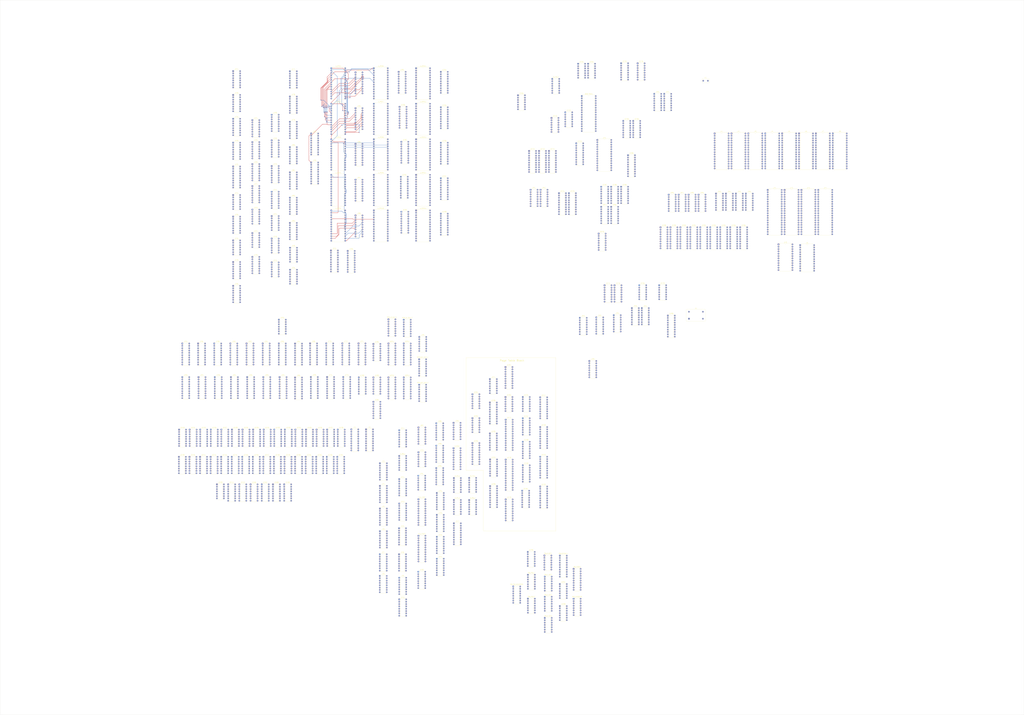
<source format=kicad_pcb>
(kicad_pcb (version 20221018) (generator pcbnew)
  (layers (0 "F.Cu" signal) (31 "B.Cu" signal) (34 "B.Paste" user) (35 "F.Paste" user) (36 "B.SilkS" user "B.Silkscreen") (37 "F.SilkS" user "F.Silkscreen") (38 "B.Mask" user) (39 "F.Mask" user) (44 "Edge.Cuts" user))
  (net 0 "")
  (net 1 "data_bus0")
  (net 2 "data_bus1")
  (net 3 "data_bus2")
  (net 4 "data_bus3")
  (net 5 "data_bus4")
  (net 6 "data_bus5")
  (net 7 "data_bus6")
  (net 8 "data_bus7")
  (net 12 "GND")
  (net 13 "uart_0")
  (net 17 "buffered_wr")
  (net 18 "buffered_rd")
  (net 22 "address_bus2")
  (net 23 "address_bus1")
  (net 24 "address_bus0")
  (net 26 "uart_0_irq")
  (net 36 "VCC")
  (net 40 "uart_1")
  (net 48 "uart_1_irq")
  (net 62 "pio_1")
  (net 88 "pio_0")
  (net 111 "address_bus16")
  (net 112 "address_bus14")
  (net 113 "address_bus12")
  (net 114 "address_bus7")
  (net 115 "address_bus6")
  (net 116 "address_bus5")
  (net 117 "address_bus4")
  (net 118 "address_bus3")
  (net 119 "/mem_select_2")
  (net 120 "address_bus10")
  (net 121 "/buffered_rd_memory")
  (net 122 "address_bus11")
  (net 123 "address_bus9")
  (net 124 "address_bus8")
  (net 125 "address_bus13")
  (net 126 "/buffered_wr_memory")
  (net 127 "address_bus17")
  (net 128 "address_bus15")
  (net 130 "/mem_select_7")
  (net 132 "/mem_select_6")
  (net 134 "/mem_select_5")
  (net 136 "/mem_select_3")
  (net 138 "/mem_select_4")
  (net 140 "/mem_select_0")
  (net 142 "/mem_select_1")
  (net 143 "Net-(BIOS_ROM1A-A12)")
  (net 144 "Net-(BIOS_ROM1A-A7)")
  (net 145 "Net-(BIOS_ROM1A-A6)")
  (net 146 "Net-(BIOS_ROM1A-A5)")
  (net 147 "Net-(BIOS_ROM1A-A4)")
  (net 148 "Net-(BIOS_ROM1A-A3)")
  (net 149 "Net-(BIOS_ROM1A-A2)")
  (net 150 "Net-(BIOS_ROM1A-A1)")
  (net 151 "Net-(BIOS_ROM1A-A0)")
  (net 152 "Net-(BIOS_ROM1A-O0)")
  (net 153 "Net-(BIOS_ROM1A-O1)")
  (net 154 "Net-(BIOS_ROM1A-O2)")
  (net 155 "Net-(BIOS_ROM1A-O3)")
  (net 156 "Net-(BIOS_ROM1A-O4)")
  (net 157 "Net-(BIOS_ROM1A-O5)")
  (net 158 "Net-(BIOS_ROM1A-O6)")
  (net 159 "Net-(BIOS_ROM1A-O7)")
  (net 160 "Net-(BIOS_ROM1A-~{CE})")
  (net 161 "Net-(BIOS_ROM1A-A10)")
  (net 162 "Net-(BIOS_ROM1A-A11)")
  (net 163 "Net-(BIOS_ROM1A-A9)")
  (net 164 "Net-(BIOS_ROM1A-A8)")
  (net 165 "Net-(BIOS_ROM1A-A13)")
  (net 166 "Net-(BIOS_ROM1A-A14)")
  (net 167 "Net-(IC177-A12)")
  (net 168 "Net-(IC177-A7)")
  (net 169 "Net-(IC177-A6)")
  (net 170 "Net-(IC177-A5)")
  (net 171 "/marh_7")
  (net 172 "/marh_6")
  (net 173 "/marh_5")
  (net 174 "/marh_4")
  (net 175 "/marh_3")
  (net 176 "Net-(IC157A-1B)")
  (net 177 "Net-(IC157A-2B)")
  (net 178 "Net-(IC157A-3B)")
  (net 179 "Net-(IC157A-4B)")
  (net 180 "Net-(IC158A-1B)")
  (net 181 "Net-(IC158A-2B)")
  (net 182 "Net-(IC158A-3B)")
  (net 183 "Net-(IC158A-4B)")
  (net 184 "Net-(IC177-A10)")
  (net 185 "mdr_to_pagetable_buffer_en")
  (net 186 "Net-(IC177-A11)")
  (net 187 "Net-(IC177-A9)")
  (net 188 "Net-(IC177-A8)")
  (net 189 "Net-(IC163D-O)")
  (net 190 "Net-(IC159A-1B)")
  (net 191 "Net-(IC159A-2B)")
  (net 192 "Net-(IC159A-3B)")
  (net 193 "Net-(IC159A-4B)")
  (net 194 "Net-(IC160A-1B)")
  (net 195 "Net-(IC160A-2B)")
  (net 196 "Net-(IC160A-3B)")
  (net 197 "Net-(IC160A-4B)")
  (net 198 "Net-(IC122A-O)")
  (net 199 "/u_ad12")
  (net 200 "/u_ad7")
  (net 201 "/u_ad6")
  (net 202 "/u_ad5")
  (net 203 "/u_ad4")
  (net 204 "/u_ad3")
  (net 205 "/u_ad2")
  (net 206 "/u_ad1")
  (net 207 "/u_ad0")
  (net 208 "Net-(IC97A-D1)")
  (net 209 "Net-(IC97A-D2)")
  (net 210 "Net-(IC97A-D3)")
  (net 211 "Net-(IC97A-D4)")
  (net 212 "Net-(IC97A-D5)")
  (net 213 "Net-(IC97A-D6)")
  (net 214 "Net-(IC97A-D7)")
  (net 215 "Net-(IC97A-D8)")
  (net 216 "/u_ad10")
  (net 217 "/u_ad11")
  (net 218 "/u_ad9")
  (net 219 "/u_ad8")
  (net 220 "/u_ad13")
  (net 221 "Net-(IC94A-D1)")
  (net 222 "Net-(IC94A-D2)")
  (net 223 "Net-(IC94A-D3)")
  (net 224 "Net-(IC94A-D4)")
  (net 225 "Net-(IC94A-D5)")
  (net 226 "Net-(IC94A-D6)")
  (net 227 "Net-(IC94A-D7)")
  (net 228 "Net-(IC94A-D8)")
  (net 229 "Net-(IC95A-D1)")
  (net 230 "Net-(IC95A-D2)")
  (net 231 "Net-(IC95A-D3)")
  (net 232 "Net-(IC95A-D4)")
  (net 233 "Net-(IC95A-D5)")
  (net 234 "Net-(IC95A-D6)")
  (net 235 "Net-(IC95A-D7)")
  (net 236 "Net-(IC95A-D8)")
  (net 237 "Net-(IC96A-D1)")
  (net 238 "Net-(IC96A-D2)")
  (net 239 "Net-(IC96A-D3)")
  (net 240 "Net-(IC96A-D4)")
  (net 241 "Net-(IC96A-D5)")
  (net 242 "Net-(IC96A-D6)")
  (net 243 "Net-(IC96A-D7)")
  (net 244 "Net-(IC96A-D8)")
  (net 245 "Net-(IC98A-D1)")
  (net 246 "Net-(IC98A-D2)")
  (net 247 "Net-(IC98A-D3)")
  (net 248 "Net-(IC98A-D4)")
  (net 249 "Net-(IC98A-D5)")
  (net 250 "Net-(IC98A-D6)")
  (net 251 "Net-(IC98A-D7)")
  (net 252 "Net-(IC98A-D8)")
  (net 253 "Net-(IC99A-D1)")
  (net 254 "Net-(IC99A-D2)")
  (net 255 "Net-(IC99A-D3)")
  (net 256 "Net-(IC99A-D4)")
  (net 257 "Net-(IC99A-D5)")
  (net 258 "Net-(IC99A-D6)")
  (net 259 "Net-(IC99A-D7)")
  (net 260 "Net-(IC99A-D8)")
  (net 261 "Net-(IC100A-D1)")
  (net 262 "Net-(IC100A-D2)")
  (net 263 "Net-(IC100A-D3)")
  (net 264 "Net-(IC100A-D4)")
  (net 265 "Net-(IC100A-D5)")
  (net 266 "Net-(IC100A-D6)")
  (net 267 "Net-(IC100A-D7)")
  (net 268 "Net-(IC100A-D8)")
  (net 269 "Net-(IC101A-D1)")
  (net 270 "Net-(IC101A-D2)")
  (net 271 "Net-(IC101A-D3)")
  (net 272 "Net-(IC101A-D4)")
  (net 273 "Net-(IC101A-D5)")
  (net 274 "Net-(IC101A-D6)")
  (net 275 "Net-(IC101A-D7)")
  (net 276 "Net-(IC101A-D8)")
  (net 277 "Net-(IC102A-D1)")
  (net 278 "Net-(IC102A-D2)")
  (net 279 "Net-(IC102A-D3)")
  (net 280 "Net-(IC102A-D4)")
  (net 281 "Net-(IC102A-D5)")
  (net 282 "Net-(IC102A-D6)")
  (net 283 "Net-(IC102A-D7)")
  (net 284 "Net-(IC102A-D8)")
  (net 285 "Net-(IC103A-D1)")
  (net 286 "Net-(IC103A-D2)")
  (net 287 "Net-(IC103A-D3)")
  (net 288 "Net-(IC103A-D4)")
  (net 289 "Net-(IC103A-D5)")
  (net 290 "Net-(IC103A-D6)")
  (net 291 "Net-(IC103A-D7)")
  (net 292 "Net-(IC103A-D8)")
  (net 293 "Net-(IC104A-D1)")
  (net 294 "Net-(IC104A-D2)")
  (net 295 "Net-(IC104A-D3)")
  (net 296 "Net-(IC104A-D4)")
  (net 297 "Net-(IC104A-D5)")
  (net 298 "Net-(IC104A-D6)")
  (net 299 "Net-(IC104A-D7)")
  (net 300 "Net-(IC104A-D8)")
  (net 301 "Net-(IC105A-D1)")
  (net 302 "Net-(IC105A-D2)")
  (net 303 "Net-(IC105A-D3)")
  (net 304 "Net-(IC105A-D4)")
  (net 305 "Net-(IC105A-D5)")
  (net 306 "Net-(IC105A-D6)")
  (net 307 "Net-(IC105A-D7)")
  (net 308 "Net-(IC105A-D8)")
  (net 309 "Net-(IC106A-D1)")
  (net 310 "Net-(IC106A-D2)")
  (net 311 "Net-(IC106A-D3)")
  (net 312 "Net-(IC106A-D4)")
  (net 313 "Net-(IC106A-D5)")
  (net 314 "Net-(IC106A-D6)")
  (net 315 "Net-(IC106A-D7)")
  (net 316 "Net-(IC106A-D8)")
  (net 317 "Net-(IC107A-D1)")
  (net 318 "Net-(IC107A-D2)")
  (net 319 "Net-(IC107A-D3)")
  (net 320 "Net-(IC107A-D4)")
  (net 321 "Net-(IC107A-D5)")
  (net 322 "Net-(IC107A-D6)")
  (net 323 "Net-(IC107A-D7)")
  (net 324 "Net-(IC107A-D8)")
  (net 325 "Net-(IC108A-D1)")
  (net 326 "Net-(IC108A-D2)")
  (net 327 "Net-(IC108A-D3)")
  (net 328 "Net-(IC108A-D4)")
  (net 329 "Net-(IC108A-D5)")
  (net 330 "Net-(IC108A-D6)")
  (net 331 "Net-(IC108A-D7)")
  (net 332 "Net-(IC108A-D8)")
  (net 333 "/ybus4")
  (net 334 "/xbus4")
  (net 335 "alu_op_3")
  (net 336 "alu_op_2")
  (net 337 "alu_op_1")
  (net 338 "alu_op_0")
  (net 339 "Net-(ALU_HIGH1A-CN)")
  (net 340 "alu_mode")
  (net 341 "/alu_output_4")
  (net 342 "/alu_output_5")
  (net 343 "/alu_output_6")
  (net 344 "/alu_output_7")
  (net 347 "/alu_cf")
  (net 349 "/ybus7")
  (net 350 "/xbus7")
  (net 351 "/ybus6")
  (net 352 "/xbus6")
  (net 353 "/ybus5")
  (net 354 "/xbus5")
  (net 355 "/ybus0")
  (net 356 "/xbus0")
  (net 357 "Net-(ALU_LOW1A-CN)")
  (net 358 "/alu_output_0")
  (net 359 "/alu_output_1")
  (net 360 "/alu_output_2")
  (net 361 "/alu_output_3")
  (net 365 "/ybus3")
  (net 366 "/xbus3")
  (net 367 "/ybus2")
  (net 368 "/xbus2")
  (net 369 "/ybus1")
  (net 370 "/xbus1")
  (net 371 "rtc")
  (net 381 "timer")
  (net 382 "rst")
  (net 383 "marh_wrt")
  (net 384 "bpl_wrt")
  (net 385 "bph_wrt")
  (net 386 "pcl_wrt")
  (net 387 "~{clk}")
  (net 388 "pch_wrt")
  (net 389 "spl_wrt")
  (net 390 "sph_wrt")
  (net 392 "Net-(IC185A-A1)")
  (net 396 "clk")
  (net 397 "mdrh_wrt")
  (net 398 "tdrl_wrt")
  (net 399 "tdrh_wrt")
  (net 400 "dil_wrt")
  (net 401 "dih_wrt")
  (net 402 "sil_wrt")
  (net 403 "sih_wrt")
  (net 404 "marl_wrt")
  (net 405 "bl_wrt")
  (net 406 "bh_wrt")
  (net 407 "al_wrt")
  (net 408 "ah_wrt")
  (net 409 "mdr_in_src")
  (net 410 "mdr_out_src")
  (net 411 "mdr_out_en")
  (net 412 "mdrl_wrt")
  (net 413 "/pch0")
  (net 414 "/zbus0")
  (net 415 "/zbus1")
  (net 416 "/pch1")
  (net 417 "/pch2")
  (net 418 "/zbus2")
  (net 419 "/zbus3")
  (net 420 "/pch3")
  (net 421 "/pch4")
  (net 422 "/zbus4")
  (net 423 "/zbus5")
  (net 424 "/pch5")
  (net 425 "/pch6")
  (net 426 "/zbus6")
  (net 427 "/zbus7")
  (net 428 "/pch7")
  (net 429 "panel_rd")
  (net 430 "panel_wr")
  (net 431 "panel_mem_io")
  (net 433 "bus_mem_io")
  (net 434 "/bus_wr")
  (net 435 "/bus_rd")
  (net 436 "/mdrl_0")
  (net 437 "Net-(MDRH1A-1D)")
  (net 438 "Net-(MDRH1A-2D)")
  (net 439 "/mdrl_1")
  (net 440 "/mdrl_2")
  (net 441 "Net-(MDRH1A-3D)")
  (net 442 "Net-(MDRH1A-4D)")
  (net 443 "/mdrl_3")
  (net 444 "/mdrl_4")
  (net 445 "Net-(MDRH1A-5D)")
  (net 446 "Net-(MDRH1A-6D)")
  (net 447 "/mdrl_5")
  (net 448 "/mdrl_6")
  (net 449 "Net-(MDRH1A-7D)")
  (net 450 "Net-(MDRH1A-8D)")
  (net 451 "/mdrl_7")
  (net 452 "alu_b_src_0")
  (net 453 "alu_b_src_1")
  (net 454 "alu_b_src_2")
  (net 455 "display_reg_load")
  (net 456 "dl_wrt")
  (net 457 "dh_wrt")
  (net 458 "cl_wrt")
  (net 459 "ch_wrt")
  (net 460 "cf_in_src_2")
  (net 461 "sf_in_src_0")
  (net 462 "sf_in_src_1")
  (net 463 "of_in_src_0")
  (net 464 "of_in_src_1")
  (net 465 "of_in_src_2")
  (net 466 "rd")
  (net 467 "wr")
  (net 468 "alu_cf_in_src_0")
  (net 469 "alu_cf_in_src_1")
  (net 470 "alu_cf_in_invert")
  (net 471 "zf_in_src_0")
  (net 472 "zf_in_src_1")
  (net 473 "alu_cf_out_invert")
  (net 474 "cf_in_src_0")
  (net 475 "cf_in_src_1")
  (net 476 "alu_a_src_3")
  (net 477 "alu_a_src_4")
  (net 478 "alu_a_src_5")
  (net 479 "shift_src_0")
  (net 480 "shift_src_1")
  (net 481 "shift_src_2")
  (net 482 "zbus_in_src_0")
  (net 483 "zbus_in_src_1")
  (net 484 "alu_a_src_0")
  (net 485 "alu_a_src_1")
  (net 486 "alu_a_src_2")
  (net 487 "u_zf_in_src_0")
  (net 488 "u_zf_in_src_1")
  (net 489 "u_cf_in_src_0")
  (net 490 "u_cf_in_src_1")
  (net 491 "u_sf_in_src")
  (net 492 "u_of_in_src")
  (net 493 "ir_wrt")
  (net 494 "status_wrt")
  (net 495 "u_offset_6")
  (net 496 "cond_invert")
  (net 497 "cond_flag_src")
  (net 498 "cond_sel_0")
  (net 499 "cond_sel_1")
  (net 500 "cond_sel_2")
  (net 501 "cond_sel_3")
  (net 502 "escape")
  (net 503 "typ_0")
  (net 504 "typ_1")
  (net 505 "u_offset_0")
  (net 506 "u_offset_1")
  (net 507 "u_offset_2")
  (net 508 "u_offset_3")
  (net 509 "u_offset_4")
  (net 510 "u_offset_5")
  (net 511 "irq_vector_wrt")
  (net 512 "/irq_vector_0")
  (net 513 "Net-(IRQ_CODE1A-2D)")
  (net 514 "/irq_vector_1")
  (net 515 "/irq_vector_2")
  (net 516 "Net-(IRQ_CODE1A-3D)")
  (net 517 "Net-(IRQ_CODE1A-4D)")
  (net 518 "/irq_vector_3")
  (net 519 "/irq_vector_4")
  (net 520 "/irq_vector_5")
  (net 521 "/irq_vector_6")
  (net 522 "/irq_vector_7")
  (net 523 "~{rst}")
  (net 524 "Net-(IC81A-1Y)")
  (net 525 "Net-(IC81A-2Y)")
  (net 526 "Net-(IC82A-1Y)")
  (net 527 "Net-(IC82A-2Y)")
  (net 528 "Net-(IC83A-1Y)")
  (net 529 "Net-(IC83A-2Y)")
  (net 532 "Net-(IC77A-1Y)")
  (net 533 "Net-(IC77A-2Y)")
  (net 534 "Net-(IC78A-1Y)")
  (net 535 "Net-(IC78A-2Y)")
  (net 536 "Net-(IC79A-1Y)")
  (net 537 "Net-(IC79A-2Y)")
  (net 538 "Net-(IC80A-1Y)")
  (net 539 "Net-(IC80A-2Y)")
  (net 540 "/int_status_0")
  (net 541 "Net-(IRQ_0_DFF1A-Q)")
  (net 542 "Net-(IRQ_1_DFF1B-Q)")
  (net 543 "/int_status_1")
  (net 544 "/int_status_2")
  (net 545 "Net-(IRQ_2_DFF1A-Q)")
  (net 546 "Net-(IRQ_3_DFF1B-Q)")
  (net 547 "/int_status_3")
  (net 548 "/int_status_4")
  (net 549 "Net-(IRQ_4_DFF1A-Q)")
  (net 550 "Net-(IRQ_5_DFF1B-Q)")
  (net 551 "/int_status_5")
  (net 552 "/int_status_6")
  (net 553 "Net-(IRQ_6_DFF1A-Q)")
  (net 554 "Net-(IRQ_7_DFF1B-Q)")
  (net 555 "/int_status_7")
  (net 556 "/marh_0")
  (net 557 "Net-(IC183A-1Y)")
  (net 558 "Net-(IC183A-2Y)")
  (net 559 "/marh_1")
  (net 560 "/marh_2")
  (net 561 "Net-(IC183A-3Y)")
  (net 562 "Net-(IC183A-4Y)")
  (net 563 "Net-(IC184A-1Y)")
  (net 564 "Net-(IC184A-2Y)")
  (net 565 "Net-(IC184A-3Y)")
  (net 566 "Net-(IC184A-4Y)")
  (net 567 "/marl_0")
  (net 568 "Net-(IC181A-1Y)")
  (net 569 "Net-(IC181A-2Y)")
  (net 570 "/marl_1")
  (net 571 "/marl_2")
  (net 572 "Net-(IC181A-3Y)")
  (net 573 "Net-(IC181A-4Y)")
  (net 574 "/marl_3")
  (net 575 "/marl_4")
  (net 576 "Net-(IC182A-1Y)")
  (net 577 "Net-(IC182A-2Y)")
  (net 578 "/marl_5")
  (net 579 "/marl_6")
  (net 580 "Net-(IC182A-3Y)")
  (net 581 "Net-(IC182A-4Y)")
  (net 582 "/marl_7")
  (net 583 "Net-(IC53B-O)")
  (net 584 "/ksph0")
  (net 585 "/ksph1")
  (net 586 "/ksph2")
  (net 587 "/ksph3")
  (net 588 "/ksph4")
  (net 589 "/ksph5")
  (net 590 "/ksph6")
  (net 591 "/ksph7")
  (net 592 "/mdrh_0")
  (net 593 "/mdrh_1")
  (net 594 "/mdrh_2")
  (net 595 "/mdrh_3")
  (net 596 "/mdrh_4")
  (net 597 "/mdrh_5")
  (net 598 "/mdrh_6")
  (net 599 "/mdrh_7")
  (net 600 "Net-(IC53A-O)")
  (net 601 "/kspl0")
  (net 602 "/kspl1")
  (net 603 "/kspl2")
  (net 604 "/kspl3")
  (net 605 "/kspl4")
  (net 606 "/kspl5")
  (net 607 "/kspl6")
  (net 608 "/kspl7")
  (net 609 "/panel_address_16")
  (net 610 "/panel_address_17")
  (net 611 "/panel_address_18")
  (net 612 "/panel_address_19")
  (net 613 "address_bus19")
  (net 614 "address_bus18")
  (net 615 "ptb_wrt")
  (net 616 "Net-(IC190A-1B)")
  (net 617 "Net-(IC190A-2B)")
  (net 618 "Net-(IC190A-3B)")
  (net 619 "Net-(IC190A-4B)")
  (net 620 "Net-(IC191A-1B)")
  (net 621 "Net-(IC191A-2B)")
  (net 622 "Net-(IC191A-3B)")
  (net 623 "Net-(IC191A-4B)")
  (net 624 "/bus_tristate")
  (net 625 "Net-(IC113D-O)")
  (net 626 "Net-(IC193D-O)")
  (net 632 "/buffered_mem_io")
  (net 633 "/panel_address_0")
  (net 634 "/panel_address_1")
  (net 635 "/panel_address_2")
  (net 636 "/panel_address_3")
  (net 637 "/panel_address_4")
  (net 638 "/panel_address_5")
  (net 639 "/panel_address_6")
  (net 640 "/panel_address_7")
  (net 641 "/panel_address_8")
  (net 642 "/panel_address_9")
  (net 643 "/panel_address_10")
  (net 644 "/panel_address_11")
  (net 645 "/panel_address_12")
  (net 646 "/panel_address_13")
  (net 647 "/panel_address_14")
  (net 648 "/panel_address_15")
  (net 649 "Net-(IC120A-A1)")
  (net 653 "page_writeable")
  (net 654 "Net-(IC119A-A1)")
  (net 655 "page_present")
  (net 656 "Net-(IC119A-A2)")
  (net 657 "Net-(IC119A-A3)")
  (net 658 "address_bus21")
  (net 659 "Net-(IC119A-A4)")
  (net 660 "address_bus20")
  (net 661 "Net-(IC119B-A1)")
  (net 662 "Net-(IC119B-A2)")
  (net 663 "Net-(IC119B-A3)")
  (net 664 "Net-(IC119B-A4)")
  (net 665 "Net-(IC118A-A4)")
  (net 666 "Net-(IC118B-A1)")
  (net 667 "Net-(IC118B-A2)")
  (net 668 "Net-(IC118B-A3)")
  (net 669 "Net-(IC118B-A4)")
  (net 670 "upper_flags_wrt")
  (net 671 "irq_masks_wrt")
  (net 672 "mar_in_src")
  (net 673 "irq_ack")
  (net 674 "clear_all_irqs")
  (net 675 "page_table_we")
  (net 676 "/w0")
  (net 677 "Net-(IC115B-Y4)")
  (net 678 "/w1")
  (net 679 "Net-(IC115B-Y3)")
  (net 680 "/w2")
  (net 681 "Net-(IC115B-Y2)")
  (net 682 "/w3")
  (net 683 "Net-(IC115B-Y1)")
  (net 684 "/w4")
  (net 685 "Net-(IC115A-Y4)")
  (net 686 "/w5")
  (net 687 "Net-(IC115A-Y3)")
  (net 688 "/w6")
  (net 689 "Net-(IC115A-Y2)")
  (net 690 "/w7")
  (net 691 "Net-(IC115A-Y1)")
  (net 692 "Net-(IC113B-O)")
  (net 693 "Net-(IC114A-1Q)")
  (net 694 "Net-(IC114A-2Q)")
  (net 695 "Net-(IC114A-3Q)")
  (net 696 "Net-(IC114A-4Q)")
  (net 697 "Net-(IC114A-5Q)")
  (net 698 "Net-(IC114A-6Q)")
  (net 699 "Net-(IC114A-7Q)")
  (net 700 "Net-(IC114A-8Q)")
  (net 701 "/panel_address_20")
  (net 702 "/panel_address_21")
  (net 709 "/panel_data_0")
  (net 710 "/panel_data_1")
  (net 711 "/panel_data_2")
  (net 712 "/panel_data_3")
  (net 713 "/panel_data_4")
  (net 714 "/panel_data_5")
  (net 715 "/panel_data_6")
  (net 716 "/panel_data_7")
  (net 725 "immy_0")
  (net 726 "immy_1")
  (net 727 "immy_2")
  (net 728 "immy_3")
  (net 729 "immy_4")
  (net 730 "immy_5")
  (net 731 "immy_6")
  (net 732 "immy_7")
  (net 733 "force_user_ptb")
  (net 738 "gl_wrt")
  (net 739 "gh_wrt")
  (net 740 "/ah0")
  (net 741 "/ah1")
  (net 742 "/ah2")
  (net 743 "/ah3")
  (net 744 "/ah4")
  (net 745 "/ah5")
  (net 746 "/ah6")
  (net 747 "/ah7")
  (net 748 "/u_zf")
  (net 749 "Net-(IC17A-1Y)")
  (net 750 "Net-(IC18A-1Y)")
  (net 751 "/u_cf")
  (net 752 "/u_sf")
  (net 753 "Net-(IC19A-1Y)")
  (net 754 "Net-(IC20A-1Y)")
  (net 755 "/u_of")
  (net 760 "/pcl0")
  (net 761 "/pcl1")
  (net 762 "/pcl2")
  (net 763 "/pcl3")
  (net 764 "/pcl4")
  (net 765 "/pcl5")
  (net 766 "/pcl6")
  (net 767 "/pcl7")
  (net 768 "/dh0")
  (net 769 "/dh1")
  (net 770 "/dh2")
  (net 771 "/dh3")
  (net 772 "/dh4")
  (net 773 "/dh5")
  (net 774 "/dh6")
  (net 775 "/dh7")
  (net 776 "/dl0")
  (net 777 "/dl1")
  (net 778 "/dl2")
  (net 779 "/dl3")
  (net 780 "/dl4")
  (net 781 "/dl5")
  (net 782 "/dl6")
  (net 783 "/dl7")
  (net 784 "/ch0")
  (net 785 "/ch1")
  (net 786 "/ch2")
  (net 787 "/ch3")
  (net 788 "/ch4")
  (net 789 "/ch5")
  (net 790 "/ch6")
  (net 791 "/ch7")
  (net 792 "/cl0")
  (net 793 "/cl1")
  (net 794 "/cl2")
  (net 795 "/cl3")
  (net 796 "/cl4")
  (net 797 "/cl5")
  (net 798 "/cl6")
  (net 799 "/cl7")
  (net 800 "/bh0")
  (net 801 "/bh1")
  (net 802 "/bh2")
  (net 803 "/bh3")
  (net 804 "/bh4")
  (net 805 "/bh5")
  (net 806 "/bh6")
  (net 807 "/bh7")
  (net 808 "/bl0")
  (net 809 "/bl1")
  (net 810 "/bl2")
  (net 811 "/bl3")
  (net 812 "/bl4")
  (net 813 "/bl5")
  (net 814 "/bl6")
  (net 815 "/bl7")
  (net 816 "/spl0")
  (net 817 "/spl1")
  (net 818 "/spl2")
  (net 819 "/spl3")
  (net 820 "/spl4")
  (net 821 "/spl5")
  (net 822 "/spl6")
  (net 823 "/spl7")
  (net 824 "/al0")
  (net 825 "/al1")
  (net 826 "/al2")
  (net 827 "/al3")
  (net 828 "/al4")
  (net 829 "/al5")
  (net 830 "/al6")
  (net 831 "/al7")
  (net 832 "Net-(IC121D-O)")
  (net 833 "/ir0")
  (net 834 "/ir1")
  (net 835 "/ir2")
  (net 836 "/ir3")
  (net 837 "/ir4")
  (net 838 "/ir5")
  (net 839 "/ir6")
  (net 840 "/ir7")
  (net 841 "/status_dma_ack")
  (net 842 "/status_irq_enable")
  (net 843 "/status_cpu_mode")
  (net 844 "/status_paging_en")
  (net 845 "/status_halt")
  (net 846 "/status_display_reg_load")
  (net 847 "/status_6")
  (net 848 "/status_dir")
  (net 849 "Net-(IC31A-1Y)")
  (net 850 "Net-(IC31A-2Y)")
  (net 851 "Net-(IC32A-1Y)")
  (net 852 "Net-(IC32A-2Y)")
  (net 853 "Net-(IC33A-1Y)")
  (net 854 "Net-(IC33A-2Y)")
  (net 855 "Net-(IC34A-1Y)")
  (net 856 "Net-(IC34A-2Y)")
  (net 859 "Net-(IC165B-I0)")
  (net 860 "Net-(IC165B-I1)")
  (net 861 "Net-(IC165B-I2)")
  (net 862 "Net-(IC165A-I0)")
  (net 863 "Net-(IC165A-I1)")
  (net 864 "Net-(IC165A-I2)")
  (net 865 "Net-(IC113A-I)")
  (net 866 "/sph0")
  (net 867 "/sph1")
  (net 868 "/sph2")
  (net 869 "/sph3")
  (net 870 "/sph4")
  (net 871 "/sph5")
  (net 872 "/sph6")
  (net 873 "/sph7")
  (net 874 "/flags_zf")
  (net 875 "Net-(FLAGS1A-D1)")
  (net 876 "Net-(FLAGS1A-D2)")
  (net 877 "/flags_cf")
  (net 878 "/flags_sf")
  (net 879 "Net-(FLAGS1A-D3)")
  (net 880 "Net-(FLAGS1A-D4)")
  (net 881 "/flags_of")
  (net 882 "/flags_4")
  (net 883 "Net-(FLAGS1A-D5)")
  (net 884 "Net-(FLAGS1A-D6)")
  (net 885 "/flags_5")
  (net 886 "/flags_6")
  (net 887 "Net-(FLAGS1A-D7)")
  (net 888 "Net-(FLAGS1A-D8)")
  (net 889 "/flags_7")
  (net 890 "Net-(IC1A-1Q)")
  (net 891 "Net-(IC1A-2Q)")
  (net 892 "Net-(IC1A-3Q)")
  (net 893 "Net-(IC1A-4Q)")
  (net 894 "Net-(IC1A-5Q)")
  (net 895 "Net-(IC1A-6Q)")
  (net 896 "Net-(IC1A-7Q)")
  (net 897 "Net-(IC1A-8Q)")
  (net 898 "/irq_masks0")
  (net 899 "/irq_masks1")
  (net 900 "/irq_masks2")
  (net 901 "/irq_masks3")
  (net 902 "/irq_masks4")
  (net 903 "/irq_masks5")
  (net 904 "/irq_masks6")
  (net 905 "/irq_masks7")
  (net 906 "/tdrh0")
  (net 907 "/tdrh1")
  (net 908 "/tdrh2")
  (net 909 "/tdrh3")
  (net 910 "/tdrh4")
  (net 911 "/tdrh5")
  (net 912 "/tdrh6")
  (net 913 "/tdrh7")
  (net 914 "/tdrl0")
  (net 915 "/tdrl1")
  (net 916 "/tdrl2")
  (net 917 "/tdrl3")
  (net 918 "/tdrl4")
  (net 919 "/tdrl5")
  (net 920 "/tdrl6")
  (net 921 "/tdrl7")
  (net 922 "/dih0")
  (net 923 "/dih1")
  (net 924 "/dih2")
  (net 925 "/dih3")
  (net 926 "/dih4")
  (net 927 "/dih5")
  (net 928 "/dih6")
  (net 929 "/dih7")
  (net 930 "/dil0")
  (net 931 "/dil1")
  (net 932 "/dil2")
  (net 933 "/dil3")
  (net 934 "/dil4")
  (net 935 "/dil5")
  (net 936 "/dil6")
  (net 937 "/dil7")
  (net 938 "Net-(IC2A-1Q)")
  (net 939 "Net-(IC2A-2Q)")
  (net 940 "Net-(IC2A-3Q)")
  (net 941 "Net-(IC2A-4Q)")
  (net 942 "Net-(IC2A-5Q)")
  (net 943 "Net-(IC2A-6Q)")
  (net 944 "Net-(IC2A-7Q)")
  (net 945 "Net-(IC2A-8Q)")
  (net 946 "/sih0")
  (net 947 "/sih1")
  (net 948 "/sih2")
  (net 949 "/sih3")
  (net 950 "/sih4")
  (net 951 "/sih5")
  (net 952 "/sih6")
  (net 953 "/sih7")
  (net 954 "/sil0")
  (net 955 "/sil1")
  (net 956 "/sil2")
  (net 957 "/sil3")
  (net 958 "/sil4")
  (net 959 "/sil5")
  (net 960 "/sil6")
  (net 961 "/sil7")
  (net 962 "/bph0")
  (net 963 "/bph1")
  (net 964 "/bph2")
  (net 965 "/bph3")
  (net 966 "/bph4")
  (net 967 "/bph5")
  (net 968 "/bph6")
  (net 969 "/bph7")
  (net 970 "/bpl0")
  (net 971 "/bpl1")
  (net 972 "/bpl2")
  (net 973 "/bpl3")
  (net 974 "/bpl4")
  (net 975 "/bpl5")
  (net 976 "/bpl6")
  (net 977 "/bpl7")
  (net 978 "alu_a_src_4_muxed")
  (net 979 "Net-(IC126A-Y)")
  (net 980 "Net-(IC125A-Y)")
  (net 981 "Net-(IC124A-Y)")
  (net 982 "Net-(IC123A-Y)")
  (net 983 "Net-(IC127A-Y)")
  (net 984 "Net-(IC128A-Y)")
  (net 985 "Net-(IC129A-Y)")
  (net 986 "Net-(IC130A-Y)")
  (net 987 "alu_a_src_3_muxed")
  (net 988 "Net-(IC134A-Y)")
  (net 989 "Net-(IC133A-Y)")
  (net 990 "Net-(IC132A-Y)")
  (net 991 "Net-(IC131A-Y)")
  (net 992 "Net-(IC135A-Y)")
  (net 993 "Net-(IC136A-Y)")
  (net 994 "Net-(IC137A-Y)")
  (net 995 "Net-(IC138A-Y)")
  (net 996 "Net-(IC189A-R)")
  (net 997 "Net-(IC189A-S1)")
  (net 1000 "Net-(IC142A-Y)")
  (net 1002 "alu_a_src_2_muxed")
  (net 1003 "alu_a_src_1_muxed")
  (net 1004 "alu_a_src_0_muxed")
  (net 1005 "Net-(IC141A-Y)")
  (net 1006 "Net-(IC140A-Y)")
  (net 1007 "Net-(IC139A-Y)")
  (net 1008 "Net-(IC143A-Y)")
  (net 1009 "Net-(IC144A-Y)")
  (net 1010 "Net-(IC145A-Y)")
  (net 1011 "Net-(IC146A-Y)")
  (net 1012 "Net-(IC150A-Y)")
  (net 1013 "Net-(IC149A-Y)")
  (net 1014 "Net-(IC148A-Y)")
  (net 1015 "Net-(IC147A-Y)")
  (net 1016 "Net-(IC151A-Y)")
  (net 1017 "Net-(IC152A-Y)")
  (net 1018 "Net-(IC153A-Y)")
  (net 1019 "Net-(IC154A-Y)")
  (net 1020 "Net-(IC121B-I)")
  (net 1024 "Net-(IC121A-I)")
  (net 1025 "/stop_clock")
  (net 1026 "/clk_crystal")
  (net 1027 "reset")
  (net 1028 "set")
  (net 1029 "/single_step_clk")
  (net 1030 "Net-(IC188A-R)")
  (net 1031 "Net-(IC188A-S1)")
  (net 1032 "Net-(IC187A-R)")
  (net 1033 "Net-(IC187A-S1)")
  (net 1039 "Net-(U16-Q5)")
  (net 1040 "Net-(U16-Q4)")
  (net 1041 "Net-(U16-Q6)")
  (net 1042 "Net-(U16-Q3)")
  (net 1043 "Net-(U16-Q2)")
  (net 1044 "Net-(U16-Q1)")
  (net 1045 "Net-(U16-Q0)")
  (net 1046 "clk_10mhz")
  (net 1048 "Net-(U16-Q7)")
  (net 1053 "Net-(RN5-R8.1)")
  (net 1054 "Net-(RN5-R7.1)")
  (net 1061 "/panel_regsel_0")
  (net 1062 "/panel_regsel_1")
  (net 1063 "/panel_regsel_2")
  (net 1064 "/panel_regsel_3")
  (net 1065 "/panel_regsel_4")
  (net 1066 "Net-(RN1-R3.1)")
  (net 1067 "Net-(RN1-R2.1)")
  (net 1068 "Net-(RN1-R1.1)")
  (net 1069 "int_7")
  (net 1070 "int_6")
  (net 1071 "int_5")
  (net 1072 "int_4")
  (net 1073 "int_3")
  (net 1074 "int_2")
  (net 1075 "int_1")
  (net 1076 "int_0")
  (net 1079 "Net-(IC164B-D)")
  (net 1080 "Net-(IC164A-D)")
  (net 1081 "/stop_clk_req")
  (net 1086 "/page_table_addr_source")
  (net 1087 "Net-(IC21C-O)")
  (net 1088 "Net-(IRQ_AND_2D-I0)")
  (net 1089 "Net-(IRQ_AND_2C-I0)")
  (net 1090 "Net-(IRQ_AND_2B-I0)")
  (net 1091 "Net-(IRQ_AND_1A-I0)")
  (net 1092 "Net-(IRQ_AND_1D-I0)")
  (net 1093 "Net-(IRQ_AND_1C-I1)")
  (net 1094 "Net-(IRQ_AND_1B-I1)")
  (net 1095 "Net-(IRQ_AND_2A-I1)")
  (net 1096 "Net-(IC207D-O)")
  (net 1097 "Net-(IC207C-O)")
  (net 1098 "Net-(IC207B-O)")
  (net 1099 "Net-(IC207A-O)")
  (net 1100 "Net-(IC208D-O)")
  (net 1101 "Net-(IC208C-O)")
  (net 1102 "Net-(IC208B-O)")
  (net 1103 "Net-(IC208A-O)")
  (net 1105 "/int_request")
  (net 1109 "Net-(IC28A-Y)")
  (net 1110 "Net-(IC30A-1Y)")
  (net 1111 "Net-(IC30A-2Y)")
  (net 1112 "Net-(IC30A-3Y)")
  (net 1113 "Net-(IC30A-4Y)")
  (net 1115 "Net-(IC23A-O)")
  (net 1116 "Net-(IC27A-1Y)")
  (net 1117 "Net-(IC27A-2Y)")
  (net 1120 "Net-(IC26A-1Y)")
  (net 1121 "Net-(IC26A-2Y)")
  (net 1122 "Net-(IC26A-3Y)")
  (net 1123 "Net-(IC26A-4Y)")
  (net 1124 "Net-(IC25A-1Y)")
  (net 1125 "Net-(IC25A-2Y)")
  (net 1126 "Net-(IC25A-3Y)")
  (net 1127 "Net-(IC25A-4Y)")
  (net 1128 "Net-(IC24A-1Y)")
  (net 1129 "Net-(IC24A-2Y)")
  (net 1130 "Net-(IC24A-3Y)")
  (net 1131 "Net-(IC24A-4Y)")
  (net 1132 "/alu_of")
  (net 1136 "/alu_final_cf")
  (net 1138 "Net-(IC13A-O)")
  (net 1139 "/alu_zf")
  (net 1141 "/kbus4")
  (net 1142 "/kbus5")
  (net 1143 "/kbus6")
  (net 1144 "/kbus7")
  (net 1145 "/kbus0")
  (net 1146 "/kbus1")
  (net 1147 "/kbus2")
  (net 1148 "/kbus3")
  (net 1149 "Net-(IC109A-O)")
  (net 1153 "Net-(IC14A-1Y)")
  (net 1155 "Net-(IC113C-O)")
  (net 1156 "Net-(IC116A-G1)")
  (net 1157 "/bios_config")
  (net 1158 "/ide")
  (net 1159 "Net-(IC12A-1B)")
  (net 1160 "Net-(IC12A-2B)")
  (net 1161 "Net-(IC12A-3B)")
  (net 1162 "Net-(IC12A-4B)")
  (net 1163 "/mux_b")
  (net 1164 "/u_adder4")
  (net 1165 "/u_adder5")
  (net 1166 "/mux_a")
  (net 1167 "/u_adder13")
  (net 1168 "/u_adder12")
  (net 1169 "Net-(IC40A-C4)")
  (net 1173 "/u_adder9")
  (net 1174 "/u_adder8")
  (net 1175 "Net-(IC39A-C4)")
  (net 1176 "/u_adder11")
  (net 1177 "/u_adder10")
  (net 1178 "Net-(IC38A-C4)")
  (net 1179 "/u_adder7")
  (net 1180 "/u_adder6")
  (net 1181 "Net-(IC49A-Y)")
  (net 1183 "dma_req")
  (net 1184 "Net-(IC45B-O)")
  (net 1185 "Net-(IC44B-O)")
  (net 1186 "Net-(IC37B-O)")
  (net 1187 "/ext_input")
  (net 1188 "/int_pending")
  (net 1189 "wait")
  (net 1190 "Net-(IC50A-Y)")
  (net 1192 "/u_adder1")
  (net 1193 "/u_adder0")
  (net 1194 "/u_adder3")
  (net 1195 "/u_adder2")
  (net 1196 "/condition")
  (net 1204 "Net-(IC155A-G)")
  (net 1205 "Net-(IC75B-O)")
  (net 1210 "Net-(IC90A-D4)")
  (net 1226 "Net-(IC11A-3B)")
  (net 1227 "Net-(IC11A-4B)")
  (net 1228 "Net-(IC11A-1B)")
  (net 1229 "Net-(IC11A-2B)")
  (net 1250 "Net-(IC21A-O)")
  (net 1251 "/final_condition")
  (net 1252 "Net-(IC21B-O)")
  (net 1253 "Net-(IC13B-I1)")
  (net 1254 "Net-(IC163B-O)")
  (net 1255 "Net-(IC29A-O)")
  (net 1256 "/any_interruption")
  (net 1257 "/~{clear_all_irqs}")
  (net 1258 "Net-(IRQ_4_DFF1A-CLR)")
  (net 1259 "Net-(IRQ_1_DFF1B-CLR)")
  (net 1260 "Net-(IRQ_2_DFF1A-CLR)")
  (net 1261 "Net-(IRQ_3_DFF1B-CLR)")
  (net 1262 "Net-(IC_10_1B-I0)")
  (net 1263 "Net-(IC_04_1A-O)")
  (net 1264 "Net-(IC_04_1B-I)")
  (net 1265 "Net-(IC113A-O)")
  (net 1266 "Net-(IC122A-I1)")
  (net 1267 "Net-(IC_10_1A-O)")
  (net 1268 "Net-(IC_02_1A-O)")
  (net 1269 "Net-(IC_04_1A-I)")
  (net 1270 "Net-(IC121A-O)")
  (net 1271 "/~{addr_bus_7_to_14_alltrue}")
  (net 1273 "Net-(IC161A-I0)")
  (net 1274 "Net-(IC161A-I1)")
  (net 1277 "Net-(IC_86_2B-O)")
  (net 1278 "Net-(IC13D-I1)")
  (net 1279 "Net-(IC13C-O)")
  (net 1280 "Net-(IC51B-O)")
  (net 1281 "Net-(IC51C-O)")
  (net 1282 "Net-(IC51A-O)")
  (net 1283 "Net-(IRQ_0_DFF1A-CLR)")
  (net 1284 "Net-(IRQ_5_DFF1B-CLR)")
  (net 1285 "Net-(IRQ_6_DFF1A-CLR)")
  (net 1286 "Net-(IRQ_7_DFF1B-CLR)")
  (net 1288 "int_req_3")
  (net 1289 "int_req_2")
  (net 1303 "Net-(IC196A-A2)")
  (net 1304 "Net-(IC196A-A1)")
  (net 1305 "Net-(MDR_OUT_MUX_1A-G)")
  (footprint "Package_DIP:DIP-20_W7.62mm" (layer "F.Cu") (at 420.91 150.855)
    (fp_text reference "IC95")
    (fp_text value "74273N")
  )
  (footprint "Package_DIP:DIP-16_W7.62mm" (layer "F.Cu") (at 329.53 158)
    (fp_text reference "IC38")
    (fp_text value "74283N")
  )
  (footprint "Package_DIP:DIP-16_W7.62mm" (layer "F.Cu") (at 440.45 444.38)
    (fp_text reference "IC183")
    (fp_text value "74157N")
  )
  (footprint "Package_DIP:DIP-20_W7.62mm" (layer "F.Cu") (at 267.483332 444)
    (fp_text reference "IC59")
    (fp_text value "74377N")
  )
  (footprint "Package_DIP:DIP-14_W7.62mm" (layer "F.Cu") (at 643.63 669.545)
    (fp_text reference "IC207")
    (fp_text value "7400N")
  )
  (footprint "Package_DIP:DIP-20_W7.62mm" (layer "F.Cu") (at 470.31 225.645)
    (fp_text reference "IC102")
    (fp_text value "74273N")
  )
  (footprint "Package_DIP:DIP-14_W7.62mm" (layer "F.Cu") (at 544.77 553.86)
    (fp_text reference "IC_10_1")
    (fp_text value "7410N")
  )
  (footprint "Package_DIP:DIP-14_W7.62mm" (layer "F.Cu") (at 598 136.84)
    (fp_text reference "IC165")
    (fp_text value "7427N")
  )
  (footprint "Package_DIP:DIP-24_W15.24mm" (layer "F.Cu") (at 905.55 300.13)
    (fp_text reference "U9")
    (fp_text value "M48T02-200PC1")
  )
  (footprint "Package_DIP:DIP-16_W7.62mm" (layer "F.Cu") (at 699.525 258.42)
    (fp_text reference "RN8")
    (fp_text value "R_Pack08")
  )
  (footprint "Package_DIP:DIP-16_W7.62mm" (layer "F.Cu") (at 285.99333 530.92)
    (fp_text reference "IC144")
    (fp_text value "74151N")
  )
  (footprint "Package_DIP:DIP-20_W7.62mm" (layer "F.Cu") (at 513.91 265.84)
    (fp_text reference "IC108")
    (fp_text value "74273N")
  )
  (footprint "Oscillator:Oscillator_DIP-14" (layer "F.Cu") (at 784.35 380.29)
    (fp_text reference "X1")
    (fp_text value "ACO-10MHz")
  )
  (footprint "Package_DIP:DIP-16_W7.62mm" (layer "F.Cu") (at 306.53 560.92)
    (fp_text reference "IC166")
    (fp_text value "74153N")
  )
  (footprint "Package_DIP:DIP-14_W7.62mm" (layer "F.Cu") (at 349.53 327)
    (fp_text reference "IC35")
    (fp_text value "7408N")
  )
  (footprint "Package_DIP:DIP-28_W15.24mm" (layer "F.Cu") (at 394.535 107.3)
    (fp_text reference "U_ROM1")
    (fp_text value "27512")
  )
  (footprint "Package_DIP:DIP-16_W7.62mm" (layer "F.Cu") (at 251.657332 501.22)
    (fp_text reference "IC125")
    (fp_text value "74151N")
  )
  (footprint "Package_DIP:DIP-20_W7.62mm" (layer "F.Cu") (at 622.18 563.24)
    (fp_text reference "IC120")
    (fp_text value "74244N")
  )
  (footprint "Package_DIP:DIP-16_W7.62mm" (layer "F.Cu") (at 762.23 245.14)
    (fp_text reference "SW6")
    (fp_text value "SW_DIP_x08")
  )
  (footprint "Package_DIP:DIP-16_W7.62mm" (layer "F.Cu") (at 297.501996 530.92)
    (fp_text reference "IC145")
    (fp_text value "74151N")
  )
  (footprint "Package_DIP:DIP-16_W7.62mm" (layer "F.Cu") (at 228.45 530.92)
    (fp_text reference "IC139")
    (fp_text value "74151N")
  )
  (footprint "Package_DIP:DIP-20_W7.62mm" (layer "F.Cu") (at 473.45 444.38)
    (fp_text reference "MDRH1")
    (fp_text value "74377N")
  )
  (footprint "Package_DIP:DIP-16_W7.62mm" (layer "F.Cu") (at 447.53 611.92)
    (fp_text reference "IC6")
    (fp_text value "74253N")
  )
  (footprint "Package_DIP:DIP-16_W7.62mm" (layer "F.Cu") (at 567.38 505.445)
    (fp_text reference "IC190")
    (fp_text value "74257N")
  )
  (footprint "Package_DIP:DIP-16_W7.62mm" (layer "F.Cu") (at 447.53 587.253332)
    (fp_text reference "IC5")
    (fp_text value "74253N")
  )
  (footprint "Package_DIP:DIP-20_W7.62mm" (layer "F.Cu") (at 249.816666 444)
    (fp_text reference "IC57")
    (fp_text value "74377N")
  )
  (footprint "Package_DIP:DIP-16_W7.62mm" (layer "F.Cu") (at 723.575 164.785)
    (fp_text reference "IC156")
    (fp_text value "74257N")
  )
  (footprint "Package_DIP:DIP-16_W7.62mm" (layer "F.Cu") (at 757.38 135.3)
    (fp_text reference "SW4")
    (fp_text value "SW_DIP_x08")
  )
  (footprint "Package_DIP:DIP-14_W7.62mm" (layer "F.Cu") (at 643.63 693.545)
    (fp_text reference "IC208")
    (fp_text value "7400N")
  )
  (footprint "Package_DIP:DIP-20_W7.62mm" (layer "F.Cu") (at 371.38 407.3)
    (fp_text reference "IC68")
    (fp_text value "74377N")
  )
  (footprint "Package_DIP:DIP-16_W7.62mm" (layer "F.Cu") (at 251.467332 530.92)
    (fp_text reference "IC141")
    (fp_text value "74151N")
  )
  (footprint "Package_DIP:DIP-14_W7.62mm" (layer "F.Cu") (at 528.15 577.92)
    (fp_text reference "IC_04_1")
    (fp_text value "7404N")
  )
  (footprint "Package_DIP:DIP-14_W7.62mm" (layer "F.Cu") (at 663.53 102.46)
    (fp_text reference "IC161")
    (fp_text value "7408N")
  )
  (footprint "Package_DIP:DIP-20_W7.62mm" (layer "F.Cu") (at 412.38 306.46)
    (fp_text reference "IC36")
    (fp_text value "74377N")
  )
  (footprint "Package_DIP:DIP-14_W7.62mm" (layer "F.Cu") (at 627.15 683.46)
    (fp_text reference "IRQ_2_DFF1")
    (fp_text value "7474N")
  )
  (footprint "Package_DIP:DIP-40_W15.24mm" (layer "F.Cu") (at 925.35 239.98)
    (fp_text reference "U14")
    (fp_text value "16550")
  )
  (footprint "Package_DIP:DIP-32_W15.24mm" (layer "F.Cu") (at 885.91 178.44)
    (fp_text reference "U5")
    (fp_text value "as6c4008-55pcn")
  )
  (footprint "Package_DIP:DIP-16_W7.62mm" (layer "F.Cu") (at 274.714664 501.22)
    (fp_text reference "IC127")
    (fp_text value "74151N")
  )
  (footprint "Package_DIP:DIP-20_W7.62mm" (layer "F.Cu") (at 470.91 263.76)
    (fp_text reference "IC103")
    (fp_text value "74273N")
  )
  (footprint "Package_DIP:DIP-20_W7.62mm" (layer "F.Cu") (at 467.91 111.3)
    (fp_text reference "IC99")
    (fp_text value "74273N")
  )
  (footprint "Package_DIP:DIP-16_W7.62mm" (layer "F.Cu") (at 702.35 376.48)
    (fp_text reference "U16")
    (fp_text value "4040")
  )
  (footprint "Package_DIP:DIP-20_W7.62mm" (layer "F.Cu") (at 840.13 280.78)
    (fp_text reference "IC206")
    (fp_text value "74244N")
  )
  (footprint "Package_DIP:DIP-20_W7.62mm" (layer "F.Cu") (at 661.465 189.2)
    (fp_text reference "IC110")
    (fp_text value "74245N")
  )
  (footprint "Package_DIP:DIP-14_W7.62mm" (layer "F.Cu") (at 287.53 245.548885)
    (fp_text reference "IC44")
    (fp_text value "7432N")
  )
  (footprint "Package_DIP:DIP-16_W7.62mm" (layer "F.Cu") (at 468.35 637.14)
    (fp_text reference "IC16")
    (fp_text value "74257N")
  )
  (footprint "Package_DIP:DIP-20_W7.62mm" (layer "F.Cu") (at 513.91 149.935)
    (fp_text reference "IC105")
    (fp_text value "74273N")
  )
  (footprint "Package_DIP:DIP-14_W7.62mm" (layer "F.Cu") (at 489.35 551.46)
    (fp_text reference "IC51")
    (fp_text value "7427N")
  )
  (footprint "Package_DIP:DIP-16_W7.62mm" (layer "F.Cu") (at 722.15 368.76)
    (fp_text reference "RN9")
    (fp_text value "R_Pack08")
  )
  (footprint "Package_DIP:DIP-16_W7.62mm" (layer "F.Cu") (at 835.5 244)
    (fp_text reference "RN5")
    (fp_text value "R_Pack08")
  )
  (footprint "Package_DIP:DIP-16_W7.62mm" (layer "F.Cu") (at 489.53 498.92)
    (fp_text reference "IC87")
    (fp_text value "74153N")
  )
  (footprint "Package_DIP:DIP-16_W7.62mm" (layer "F.Cu") (at 287.53 162.455554)
    (fp_text reference "IC19")
    (fp_text value "74257N")
  )
  (footprint "Package_DIP:DIP-16_W7.62mm" (layer "F.Cu") (at 794.78 245.14)
    (fp_text reference "SW9")
    (fp_text value "SW_DIP_x08")
  )
  (footprint "Package_DIP:DIP-20_W7.62mm" (layer "F.Cu") (at 287.53 214.451108)
    (fp_text reference "IC22")
    (fp_text value "74273N")
  )
  (footprint "Package_DIP:DIP-40_W15.24mm" (layer "F.Cu") (at 888.55 239.98)
    (fp_text reference "U12")
    (fp_text value "8255")
  )
  (footprint "Package_DIP:DIP-20_W7.62mm" (layer "F.Cu") (at 420.91 189.835)
    (fp_text reference "IC96")
    (fp_text value "74273N")
  )
  (footprint "Package_DIP:DIP-14_W7.62mm" (layer "F.Cu") (at 626.83 638.46)
    (fp_text reference "IRQ_0_DFF1")
    (fp_text value "7474N")
  )
  (footprint "Package_DIP:DIP-20_W7.62mm" (layer "F.Cu") (at 528.15 603.38)
    (fp_text reference "IC47")
    (fp_text value "74244N")
  )
  (footprint "Package_DIP:DIP-16_W7.62mm" (layer "F.Cu") (at 440.45 407.84)
    (fp_text reference "IC181")
    (fp_text value "74157N")
  )
  (footprint "Package_DIP:DIP-20_W7.62mm" (layer "F.Cu") (at 584.38 433)
    (fp_text reference "IC197")
    (fp_text value "74244N")
  )
  (footprint "Package_DIP:DIP-20_W7.62mm" (layer "F.Cu") (at 355 444.46)
    (fp_text reference "IC85")
    (fp_text value "74377N")
  )
  (footprint "Package_DIP:DIP-16_W7.62mm" (layer "F.Cu") (at 366.943992 501.22)
    (fp_text reference "IC135")
    (fp_text value "74151N")
  )
  (footprint "Package_DIP:DIP-20_W7.62mm" (layer "F.Cu") (at 527.77 521.46)
    (fp_text reference "FLAGS1")
    (fp_text value "74273N")
  )
  (footprint "Package_DIP:DIP-16_W7.62mm" (layer "F.Cu") (at 294.316667 560.92)
    (fp_text reference "IC112")
    (fp_text value "74257N")
  )
  (footprint "Package_DIP:DIP-16_W7.62mm" (layer "F.Cu") (at 603.18 514.4875)
    (fp_text reference "IC158")
    (fp_text value "74257N")
  )
  (footprint "Package_DIP:DIP-20_W7.62mm" (layer "F.Cu") (at 761.35 376.94)
    (fp_text reference "IC185")
    (fp_text value "74244N")
  )
  (footprint "Package_DIP:DIP-20_W7.62mm" (layer "F.Cu") (at 389.933328 443.92)
    (fp_text reference "IC71")
    (fp_text value "74377N")
  )
  (footprint "Package_DIP:DIP-16_W7.62mm" (layer "F.Cu") (at 378.062658 530.92)
    (fp_text reference "IC152")
    (fp_text value "74151N")
  )
  (footprint "Package_DIP:DIP-16_W7.62mm" (layer "F.Cu") (at 287.53 110.46)
    (fp_text reference "IC17")
    (fp_text value "74153N")
  )
  (footprint "Package_DIP:DIP-16_W7.62mm" (layer "F.Cu") (at 332.027994 530.92)
    (fp_text reference "IC148")
    (fp_text value "74151N")
  )
  (footprint "Package_DIP:DIP-28_W15.24mm" (layer "F.Cu") (at 486.91 184.82)
    (fp_text reference "U_ROM13")
    (fp_text value "27512")
  )
  (footprint "Package_DIP:DIP-16_W7.62mm" (layer "F.Cu") (at 447.35 660.680555)
    (fp_text reference "IC8")
    (fp_text value "74153N")
  )
  (footprint "Package_DIP:DIP-16_W7.62mm" (layer "F.Cu") (at 349.39 193.32)
    (fp_text reference "IC80")
    (fp_text value "74153N")
  )
  (footprint "Package_DIP:DIP-20_W7.62mm" (layer "F.Cu") (at 658.63 653.005)
    (fp_text reference "IRQ_CODE1")
    (fp_text value "74377N")
  )
  (footprint "Package_DIP:DIP-16_W7.62mm" (layer "F.Cu") (at 468.53 501.9)
    (fp_text reference "IC14")
    (fp_text value "74153N")
  )
  (footprint "Package_DIP:DIP-14_W7.62mm" (layer "F.Cu") (at 608.63 634.545)
    (fp_text reference "IC193")
    (fp_text value "7404N")
  )
  (footprint "Package_DIP:DIP-20_W7.62mm" (layer "F.Cu") (at 266.93 407.38)
    (fp_text reference "IC58")
    (fp_text value "74377N")
  )
  (footprint "Package_DIP:DIP-20_W7.62mm" (layer "F.Cu") (at 232.15 407.38)
    (fp_text reference "IC54")
    (fp_text value "74377N")
  )
  (footprint "Package_DIP:DIP-32_W15.24mm" (layer "F.Cu") (at 867.51 178.44)
    (fp_text reference "U4")
    (fp_text value "as6c4008-55pcn")
  )
  (footprint "Package_DIP:DIP-16_W7.62mm" (layer "F.Cu") (at 468.53 555.14)
    (fp_text reference "IC11")
    (fp_text value "74257N")
  )
  (footprint "Package_DIP:DIP-20_W7.62mm" (layer "F.Cu") (at 406.58 407.3)
    (fp_text reference "IC72")
    (fp_text value "74377N")
  )
  (footprint "Package_DIP:DIP-16_W7.62mm" (layer "F.Cu") (at 508.97 494.33)
    (fp_text reference "IC88")
    (fp_text value "74151N")
  )
  (footprint "Package_DIP:DIP-16_W7.62mm" (layer "F.Cu") (at 710.38 101.92)
    (fp_text reference "IC116")
    (fp_text value "74138N")
  )
  (footprint "Package_DIP:DIP-32_W15.24mm" (layer "F.Cu") (at 922.71 178.44)
    (fp_text reference "U7")
    (fp_text value "as6c4008-55pcn")
  )
  (footprint "Package_DIP:DIP-16_W7.62mm" (layer "F.Cu") (at 468.53 581.84)
    (fp_text reference "IC12")
    (fp_text value "74257N")
  )
  (footprint "Package_DIP:DIP-16_W7.62mm" (layer "F.Cu") (at 675.79 426.415)
    (fp_text reference "U18")
    (fp_text value "74LS173")
  )
  (footprint "Package_DIP:DIP-16_W7.62mm" (layer "F.Cu") (at 699.525 236.52)
    (fp_text reference "IC188")
    (fp_text value "74279N")
  )
  (footprint "Package_DIP:DIP-16_W7.62mm" (layer "F.Cu") (at 287.53 269.046662)
    (fp_text reference "IC30")
    (fp_text value "74257N")
  )
  (footprint "Package_DIP:DIP-16_W7.62mm" (layer "F.Cu") (at 468.53 686.235557)
    (fp_text reference "IC10")
    (fp_text value "74153N")
  )
  (footprint "Package_DIP:DIP-20_W7.62mm" (layer "F.Cu") (at 285.149998 444)
    (fp_text reference "IC61")
    (fp_text value "74377N")
  )
  (footprint "Package_DIP:DIP-16_W7.62mm" (layer "F.Cu") (at 783.93 245.14)
    (fp_text reference "SW8")
    (fp_text value "SW_DIP_x08")
  )
  (footprint "Package_DIP:DIP-16_W7.62mm" (layer "F.Cu") (at 349.39 110.6775)
    (fp_text reference "IC77")
    (fp_text value "74153N")
  )
  (footprint "Package_DIP:DIP-24_W7.62mm" (layer "F.Cu") (at 489.53 577.14)
    (fp_text reference "ALU_LOW1")
    (fp_text value "74181N")
  )
  (footprint "Package_DIP:DIP-32_W15.24mm" (layer "F.Cu") (at 941.11 178.44)
    (fp_text reference "U8")
    (fp_text value "as6c4008-55pcn")
  )
  (footprint "Package_DIP:DIP-20_W7.62mm" (layer "F.Cu") (at 319.73 407.38)
    (fp_text reference "IC64")
    (fp_text value "74377N")
  )
  (footprint "Package_DIP:DIP-20_W7.62mm" (layer "F.Cu") (at 249.33 407.38)
    (fp_text reference "IC56")
    (fp_text value "74377N")
  )
  (footprint "Package_DIP:DIP-16_W7.62mm" (layer "F.Cu") (at 329.53 213.946666)
    (fp_text reference "IC40")
    (fp_text value "74283N")
  )
  (footprint "Package_DIP:DIP-28_W15.24mm" (layer "F.Cu") (at 440.91 107.3)
    (fp_text reference "U_ROM6")
    (fp_text value "27512")
  )
  (footprint "Package_DIP:DIP-16_W7.62mm" (layer "F.Cu") (at 343.88666 501.22)
    (fp_text reference "IC133")
    (fp_text value "74151N")
  )
  (footprint "Package_DIP:DIP-16_W7.62mm" (layer "F.Cu") (at 746.53 135.3)
    (fp_text reference "SW3")
    (fp_text value "SW_DIP_x08")
  )
  (footprint "Package_DIP:DIP-14_W7.62mm" (layer "F.Cu") (at 528.15 554)
    (fp_text reference "IC_02_1")
    (fp_text value "7402N")
  )
  (footprint "Package_DIP:DIP-16_W7.62mm" (layer "F.Cu") (at 308.53 187.84)
    (fp_text reference "IC25")
    (fp_text value "74257N")
  )
  (footprint "Package_DIP:DIP-40_W15.24mm" (layer "F.Cu") (at 870.15 239.98)
    (fp_text reference "U11")
    (fp_text value "8255")
  )
  (footprint "Package_DIP:DIP-16_W7.62mm" (layer "F.Cu") (at 366.553992 530.92)
    (fp_text reference "IC151")
    (fp_text value "74151N")
  )
  (footprint "Package_DIP:DIP-16_W7.62mm" (layer "F.Cu") (at 320.829328 501.22)
    (fp_text reference "IC131")
    (fp_text value "74151N")
  )
  (footprint "Package_DIP:DIP-20_W7.62mm" (layer "F.Cu") (at 372.266662 443.92)
    (fp_text reference "IC69")
    (fp_text value "74377N")
  )
  (footprint "Package_DIP:DIP-14_W7.62mm" (layer "F.Cu") (at 548.38 488.695)
    (fp_text reference "IC192")
    (fp_text value "7432N")
  )
  (footprint "Package_DIP:DIP-14_W7.62mm" (layer "F.Cu") (at 544.77 578)
    (fp_text reference "IC_86_2")
    (fp_text value "7486N")
  )
  (footprint "Package_DIP:DIP-16_W7.62mm" (layer "F.Cu") (at 456.83 381.045)
    (fp_text reference "MDR_IN_MUX_1")
    (fp_text value "74157N")
  )
  (footprint "Package_DIP:DIP-16_W7.62mm" (layer "F.Cu") (at 390.001324 501.22)
    (fp_text reference "IC137")
    (fp_text value "74151N")
  )
  (footprint "Package_DIP:DIP-16_W7.62mm" (layer "F.Cu") (at 297.771996 501.22)
    (fp_text reference "IC129")
    (fp_text value "74151N")
  )
  (footprint "Package_DIP:DIP-20_W7.62mm" (layer "F.Cu") (at 456.83 444.38)
    (fp_text reference "MARH1")
    (fp_text value "74377N")
  )
  (footprint "Package_DIP:DIP-28_W7.62mm" (layer "F.Cu") (at 584.56 533.92)
    (fp_text reference "IC178")
    (fp_text value "58C256P")
  )
  (footprint "Package_DIP:DIP-28_W15.24mm" (layer "F.Cu") (at 440.91 146.06)
    (fp_text reference "U_ROM7")
    (fp_text value "27512")
  )
  (footprint "Package_DIP:DIP-16_W7.62mm" (layer "F.Cu") (at 424.45 444.38)
    (fp_text reference "IC182")
    (fp_text value "74157N")
  )
  (footprint "Package_DIP:DIP-20_W7.62mm" (layer "F.Cu") (at 567.56 562.78)
    (fp_text reference "IC180")
    (fp_text value "74244N")
  )
  (footprint "Package_DIP:DIP-16_W7.62mm" (layer "F.Cu") (at 773.08 245.14)
    (fp_text reference "SW7")
    (fp_text value "SW_DIP_x08")
  )
  (footprint "Package_DIP:DIP-16_W7.62mm" (layer "F.Cu") (at 602.56 567.78)
    (fp_text reference "IC160")
    (fp_text value "74257N")
  )
  (footprint "Package_DIP:DIP-16_W7.62mm" (layer "F.Cu") (at 320.519328 530.92)
    (fp_text reference "IC147")
    (fp_text value "74151N")
  )
  (footprint "Package_DIP:DIP-14_W7.62mm" (layer "F.Cu") (at 627.15 706.46)
    (fp_text reference "IRQ_3_DFF1")
    (fp_text value "7474N")
  )
  (footprint "Package_DIP:DIP-20_W7.62mm" (layer "F.Cu") (at 355 407.46)
    (fp_text reference "IC84")
    (fp_text value "74377N")
  )
  (footprint "Package_DIP:DIP-14_W7.62mm" (layer "F.Cu") (at 337.38 381.375)
    (fp_text reference "IC53")
    (fp_text value "7432N")
  )
  (footprint "Package_DIP:DIP-20_W7.62mm" (layer "F.Cu") (at 420.91 228.815)
    (fp_text reference "IC97")
    (fp_text value "74273N")
  )
  (footprint "Package_DIP:DIP-28_W15.24mm" (layer "F.Cu") (at 440.91 184.82)
    (fp_text reference "U_ROM8")
    (fp_text value "27512")
  )
  (footprint "Package_DIP:DIP-14_W7.62mm" (layer "F.Cu") (at 584.38 465.695)
    (fp_text reference "IC163")
    (fp_text value "7404N")
  )
  (footprint "Package_DIP:DIP-16_W7.62mm" (layer "F.Cu") (at 389.571324 530.92)
    (fp_text reference "IC153")
    (fp_text value "74151N")
  )
  (footprint "Package_DIP:DIP-28_W15.24mm" (layer "F.Cu") (at 394.535 184.82)
    (fp_text reference "U_ROM3")
    (fp_text value "27512")
  )
  (footprint "Package_DIP:DIP-16_W7.62mm" (layer "F.Cu") (at 527.77 493.84)
    (fp_text reference "IC93")
    (fp_text value "74257N")
  )
  (footprint "Package_DIP:DIP-20_W7.62mm" (layer "F.Cu") (at 470.91 187.53)
    (fp_text reference "IC101")
    (fp_text value "74273N")
  )
  (footprint "Package_DIP:DIP-20_W7.62mm" (layer "F.Cu") (at 829.28 280.78)
    (fp_text reference "IC205")
    (fp_text value "74244N")
  )
  (footprint "Package_DIP:DIP-16_W7.62mm" (layer "F.Cu") (at 683.35 378.94)
    (fp_text reference "SW5")
    (fp_text value "SW_DIP_x08")
  )
  (footprint "Package_DIP:DIP-16_W7.62mm" (layer "F.Cu") (at 343.170001 560.92)
    (fp_text reference "IC169")
    (fp_text value "74153N")
  )
  (footprint "Package_DIP:DIP-20_W7.62mm" (layer "F.Cu") (at 388.98 407.3)
    (fp_text reference "IC70")
    (fp_text value "74377N")
  )
  (footprint "Package_DIP:DIP-20_W7.62mm" (layer "F.Cu") (at 513.91 188.57)
    (fp_text reference "IC106")
    (fp_text value "74273N")
  )
  (footprint "Package_DIP:DIP-28_W15.24mm" (layer "F.Cu") (at 486.91 107.3)
    (fp_text reference "U_ROM11")
    (fp_text value "27512")
  )
  (footprint "Package_DIP:DIP-16_W7.62mm" (layer "F.Cu") (at 447.53 537.92)
    (fp_text reference "IC3")
    (fp_text value "74253N")
  )
  (footprint "Package_DIP:DIP-16_W7.62mm" (layer "F.Cu") (at 239.958666 530.92)
    (fp_text reference "IC140")
    (fp_text value "74151N")
  )
  (footprint "Package_DIP:DIP-20_W7.62mm" (layer "F.Cu") (at 610.055 197.5)
    (fp_text reference "IC172")
    (fp_text value "74244N")
  )
  (footprint "Package_DIP:DIP-16_W7.62mm" (layer "F.Cu") (at 846.35 244)
    (fp_text reference "RN6")
    (fp_text value "R_Pack08")
  )
  (footprint "Package_DIP:DIP-16_W7.62mm" (layer "F.Cu") (at 447.35 637.125)
    (fp_text reference "IC7")
    (fp_text value "74153N")
  )
  (footprint "Package_DIP:DIP-20_W7.62mm" (layer "F.Cu") (at 407.6 443.92)
    (fp_text reference "IC73")
    (fp_text value "74377N")
  )
  (footprint "Package_DIP:DIP-16_W7.62mm" (layer "F.Cu") (at 343.53666 530.92)
    (fp_text reference "IC149")
    (fp_text value "74151N")
  )
  (footprint "Package_DIP:DIP-16_W7.62mm" (layer "F.Cu") (at 228.6 501.22)
    (fp_text reference "IC123")
    (fp_text value "74151N")
  )
  (footprint "Package_DIP:DIP-20_W7.62mm" (layer "F.Cu") (at 622.18 466.08)
    (fp_text reference "IC117")
    (fp_text value "74244N")
  )
  (footprint "Package_DIP:DIP-16_W7.62mm" (layer "F.Cu") (at 274.484664 530.92)
    (fp_text reference "IC143")
    (fp_text value "74151N")
  )
  (footprint "Package_DIP:DIP-20_W7.62mm" (layer "F.Cu") (at 796.73 280.78)
    (fp_text reference "IC202")
    (fp_text value "74244N")
  )
  (footprint "Package_DIP:DIP-20_W7.62mm" (layer "F.Cu") (at 337.33 407.38)
    (fp_text reference "IC66")
    (fp_text value "74377N")
  )
  (footprint "Package_DIP:DIP-20_W7.62mm" (layer "F.Cu") (at 643.63 638.545)
    (fp_text reference "IRQ_STATUS_1")
    (fp_text value "74273N")
  )
  (footprint "Package_DIP:DIP-20_W7.62mm" (layer "F.Cu") (at 620.905 197.5)
    (fp_text reference "IC173")
    (fp_text value "74244N")
  )
  (footprint "Package_DIP:DIP-20_W7.62mm" (layer "F.Cu") (at 631.755 197.5)
    (fp_text reference "IC174")
    (fp_text value "74244N")
  )
  (footprint "Package_DIP:DIP-32_W15.24mm" (layer "F.Cu") (at 849.11 178.44)
    (fp_text reference "U3")
    (fp_text value "as6c4008-55pcn")
  )
  (footprint "Package_DIP:DIP-16_W7.62mm" (layer "F.Cu") (at 733 368.76)
    (fp_text reference "SW1")
    (fp_text value "SW_DIP_x08")
  )
  (footprint "Package_DIP:DIP-16_W7.62mm" (layer "F.Cu") (at 318.743333 560.92)
    (fp_text reference "IC167")
    (fp_text value "74153N")
  )
  (footprint "Package_DIP:DIP-16_W7.62mm" (layer "F.Cu") (at 490.25 452.305)
    (fp_text reference "MDR_OUT_MUX_2")
    (fp_text value "74157N")
  )
  (footprint "Package_DIP:DIP-16_W7.62mm" (layer "F.Cu") (at 355.415326 501.22)
    (fp_text reference "IC134")
    (fp_text value "74151N")
  )
  (footprint "Package_DIP:DIP-16_W7.62mm" (layer "F.Cu") (at 378.472658 501.22)
    (fp_text reference "IC136")
    (fp_text value "74151N")
  )
  (footprint "Package_DIP:DIP-14_W7.62mm" (layer "F.Cu") (at 490.45 400.22)
    (fp_text reference "U19")
    (fp_text value "74HC04")
  )
  (footprint "Package_DIP:DIP-16_W7.62mm" (layer "F.Cu") (at 665.35 379.4)
    (fp_text reference "SW2")
    (fp_text value "SW_DIP_x08")
  )
  (footprint "Package_DIP:DIP-16_W7.62mm" (layer "F.Cu") (at 813.8 244)
    (fp_text reference "RN3")
    (fp_text value "R_Pack08")
  )
  (footprint "Package_DIP:DIP-16_W7.62mm" (layer "F.Cu") (at 703.2 343.94)
    (fp_text reference "IC175")
    (fp_text value "74279N")
  )
  (footprint "Package_DIP:DIP-16_W7.62mm" (layer "F.Cu") (at 401.53 501.22)
    (fp_text reference "IC138")
    (fp_text value "74151N")
  )
  (footprint "Package_DIP:DIP-16_W7.62mm" (layer "F.Cu") (at 287.53 136.457777)
    (fp_text reference "IC18")
    (fp_text value "74153N")
  )
  (footprint "Package_DIP:DIP-16_W7.62mm" (layer "F.Cu") (at 287.53 188.453331)
    (fp_text reference "IC20")
    (fp_text value "74257N")
  )
  (footprint "Package_DIP:DIP-16_W7.62mm" (layer "F.Cu") (at 308.53 211.8)
    (fp_text reference "IC26")
    (fp_text value "74257N")
  )
  (footprint "Package_DIP:DIP-16_W7.62mm" (layer "F.Cu") (at 509.53 641.92)
    (fp_text reference "IC34")
    (fp_text value "74253N")
  )
  (footprint "Package_DIP:DIP-16_W7.62mm" (layer "F.Cu") (at 489.35 656.125)
    (fp_text reference "IC28")
    (fp_text value "74151N")
  )
  (footprint "Package_DIP:DIP-16_W7.62mm" (layer "F.Cu") (at 509.53 570.3)
    (fp_text reference "IC31")
    (fp_text value "74253N")
  )
  (footprint "Package_DIP:DIP-14_W7.62mm" (layer "F.Cu") (at 269.890001 560.92)
    (fp_text reference "IC109")
    (fp_text value "7427N")
  )
  (footprint "Package_DIP:DIP-20_W7.62mm" (layer "F.Cu") (at 653.525 243.5)
    (fp_text reference "IC115")
    (fp_text value "74244N")
  )
  (footprint "Package_DIP:DIP-20_W7.62mm" (layer "F.Cu") (at 394.15 306)
    (fp_text reference "IC42")
    (fp_text value "74377N")
  )
  (footprint "Package_DIP:DIP-16_W7.62mm" (layer "F.Cu") (at 712.725 164.785)
    (fp_text reference "IC155")
    (fp_text value "74257N")
  )
  (footprint "Package_DIP:DIP-20_W7.62mm" (layer "F.Cu") (at 513.91 111.3)
    (fp_text reference "IC104")
    (fp_text value "74273N")
  )
  (footprint "Package_DIP:DIP-20_W7.62mm" (layer "F.Cu") (at 775.03 280.78)
    (fp_text reference "IC200")
    (fp_text value "74244N")
  )
  (footprint "Package_DIP:DIP-16_W7.62mm" (layer "F.Cu") (at 332.357994 501.22)
    (fp_text reference "IC132")
    (fp_text value "74151N")
  )
  (footprint "Package_DIP:DIP-16_W7.62mm" (layer "F.Cu") (at 349.39 138.225)
    (fp_text reference "IC78")
    (fp_text value "74153N")
  )
  (footprint "Package_DIP:DIP-16_W7.62mm" (layer "F.Cu") (at 287.53 318.542216)
    (fp_text reference "IC49")
    (fp_text value "74151N")
  )
  (footprint "Package_DIP:DIP-16_W7.62mm" (layer "F.Cu") (at 349.39 275.9625)
    (fp_text reference "IC83")
    (fp_text value "74153N")
  )
  (footprint "Package_DIP:DIP-16_W7.62mm" (layer "F.Cu") (at 468.35 608.68)
    (fp_text reference "IC15")
    (fp_text value "74257N")
  )
  (footprint "Package_DIP:DIP-16_W7.62mm" (layer "F.Cu") (at 603.18 540.13375)
    (fp_text reference "IC159")
    (fp_text value "74257N")
  )
  (footprint "Package_DIP:DIP-24_W7.62mm" (layer "F.Cu") (at 489.53 616.92)
    (fp_text reference "ALU_HIGH1")
    (fp_text value "74181N")
  )
  (footprint "Package_DIP:DIP-14_W7.62mm" (layer "F.Cu") (at 608.83 659.46)
    (fp_text reference "IRQ_AND_1")
    (fp_text value "7408N")
  )
  (footprint "Package_DIP:DIP-28_W15.24mm" (layer "F.Cu") (at 394.535 146.06)
    (fp_text reference "U_ROM2")
    (fp_text value "27512")
  )
  (footprint "Package_DIP:DIP-20_W7.62mm" (layer "F.Cu") (at 785.88 280.78)
    (fp_text reference "IC201")
    (fp_text value "74244N")
  )
  (footprint "Package_DIP:DIP-14_W7.62mm" (layer "F.Cu") (at 635.38 119)
    (fp_text reference "IC_10_2")
    (fp_text value "7410N")
  )
  (footprint "Package_DIP:DIP-28_W15.24mm" (layer "F.Cu") (at 440.91 262.34)
    (fp_text reference "U_ROM10")
    (fp_text value "27512")
  )
  (footprint "Package_DIP:DIP-14_W7.62mm" (layer "F.Cu") (at 608.83 685.46)
    (fp_text reference "IRQ_AND_2")
    (fp_text value "7408N")
  )
  (footprint "Package_DIP:DIP-16_W7.62mm" (layer "F.Cu") (at 287.53 344.54)
    (fp_text reference "IC50")
    (fp_text value "74151N")
  )
  (footprint "Package_DIP:DIP-16_W7.62mm" (layer "F.Cu") (at 509.53 594.173333)
    (fp_text reference "IC32")
    (fp_text value "74253N")
  )
  (footprint "Package_DIP:DIP-16_W7.62mm" (layer "F.Cu") (at 308.53 313)
    (fp_text reference "IC76")
    (fp_text value "74257N")
  )
  (footprint "Package_DIP:DIP-28_W15.24mm" (layer "F.Cu") (at 486.91 223.58)
    (fp_text reference "U_ROM14")
    (fp_text value "27512")
  )
  (footprint "Package_DIP:DIP-16_W7.62mm" (layer "F.Cu") (at 473.45 381.505)
    (fp_text reference "MDR_IN_MUX_2")
    (fp_text value "74157N")
  )
  (footprint "Package_DIP:DIP-16_W7.62mm" (layer "F.Cu") (at 262.975998 530.92)
    (fp_text reference "IC142")
    (fp_text value "74151N")
  )
  (footprint "Package_DIP:DIP-16_W7.62mm" (layer "F.Cu") (at 447.53 562.586666)
    (fp_text reference "IC4")
    (fp_text value "74253N")
  )
  (footprint "Package_DIP:DIP-20_W7.62mm" (layer "F.Cu") (at 717.905 202.12)
    (fp_text reference "IC186")
    (fp_text value "74244N")
  )
  (footprint "Package_DIP:DIP-14_W7.62mm" (layer "F.Cu") (at 548.38 462.695)
    (fp_text reference "IC194")
    (fp_text value "7404N")
  )
  (footprint "Capacitor_THT:C_Disc_D7.5mm_W4.4mm_P5.00mm" (layer "F.Cu") (at 800 121)
    (fp_text reference "C1")
    (fp_text value "C")
  )
  (footprint "Package_DIP:DIP-20_W7.62mm" (layer "F.Cu") (at 567.38 471.7)
    (fp_text reference "IC196")
    (fp_text value "74244N")
  )
  (footprint "Package_DIP:DIP-20_W7.62mm" (layer "F.Cu") (at 432.38 501)
    (fp_text reference "IC2")
    (fp_text value "74377N")
  )
  (footprint "Package_DIP:DIP-28_W15.24mm" (layer "F.Cu") (at 486.91 146.06)
    (fp_text reference "U_ROM12")
    (fp_text value "27512")
  )
  (footprint "Package_DIP:DIP-24_W15.24mm" (layer "F.Cu") (at 881.935 299.325)
    (fp_text reference "U10")
    (fp_text value "8253")
  )
  (footprint "Package_DIP:DIP-14_W7.62mm" (layer "F.Cu") (at 634.525 161.5)
    (fp_text reference "IC113")
    (fp_text value "7404N")
  )
  (footprint "Package_DIP:DIP-16_W7.62mm" (layer "F.Cu") (at 329.53 185.973333)
    (fp_text reference "IC39")
    (fp_text value "74283N")
  )
  (footprint "Package_DIP:DIP-20_W7.62mm" (layer "F.Cu") (at 642.675 243.5)
    (fp_text reference "IC114")
    (fp_text value "74377N")
  )
  (footprint "Package_DIP:DIP-28_W15.24mm" (layer "F.Cu") (at 486.91 262.34)
    (fp_text reference "U_ROM15")
    (fp_text value "27512")
  )
  (footprint "Package_DIP:DIP-16_W7.62mm" (layer "F.Cu") (at 508.97 518.7275)
    (fp_text reference "IC89")
    (fp_text value "74153N")
  )
  (footprint "Package_DIP:DIP-16_W7.62mm" (layer "F.Cu") (at 401.08 530.92)
    (fp_text reference "IC154")
    (fp_text value "74151N")
  )
  (footprint "Package_DIP:DIP-14_W7.62mm" (layer "F.Cu") (at 308.53 261.46)
    (fp_text reference "IC23")
    (fp_text value "7410N")
  )
  (footprint "Package_DIP:DIP-16_W7.62mm" (layer "F.Cu") (at 592.83 672.21)
    (fp_text reference "IRQ_RST_DECODER1")
    (fp_text value "74138N")
  )
  (footprint "Package_DIP:DIP-16_W7.62mm" (layer "F.Cu") (at 263.185998 501.22)
    (fp_text reference "IC126")
    (fp_text value "74151N")
  )
  (footprint "Package_DIP:DIP-16_W7.62mm" (layer "F.Cu") (at 468.53 662.68)
    (fp_text reference "IC9")
    (fp_text value "74153N")
  )
  (footprint "Package_DIP:DIP-20_W7.62mm" (layer "F.Cu") (at 372.57 178.48)
    (fp_text reference "IC91")
    (fp_text value "74273N")
  )
  (footprint "Package_DIP:DIP-20_W7.62mm" (layer "F.Cu") (at 302.816664 444)
    (fp_text reference "IC63")
    (fp_text value "74377N")
  )
  (footprint "Package_DIP:DIP-32_W15.24mm" (layer "F.Cu") (at 904.31 178.44)
    (fp_text reference "U6")
    (fp_text value "as6c4008-55pcn")
  )
  (footprint "Package_DIP:DIP-16_W7.62mm" (layer "F.Cu") (at 710.375 236.52)
    (fp_text reference "IC189")
    (fp_text value "74279N")
  )
  (footprint "Package_DIP:DIP-20_W7.62mm" (layer "F.Cu") (at 302.13 407.38)
    (fp_text reference "IC62")
    (fp_text value "74377N")
  )
  (footprint "Package_DIP:DIP-14_W7.62mm" (layer "F.Cu") (at 649.525 155.42)
    (fp_text reference "IC122")
    (fp_text value "7420N")
  )
  (footprint "Package_DIP:DIP-14_W7.62mm" (layer "F.Cu") (at 308.53 287)
    (fp_text reference "IC37")
    (fp_text value "7486N")
  )
  (footprint "Package_DIP:DIP-14_W7.62mm" (layer "F.Cu") (at 489.53 525.92)
    (fp_text reference "IC75")
    (fp_text value "7411N")
  )
  (footprint "Package_DIP:DIP-28_W7.62mm" (layer "F.Cu") (at 584.56 490.38)
    (fp_text reference "IC177")
    (fp_text value "58C256P")
  )
  (footprint "Package_DIP:DIP-14_W7.62mm" (layer "F.Cu") (at 567.38 446.16)
    (fp_text reference "U17")
    (fp_text value "74HC04")
  )
  (footprint "Package_DIP:DIP-16_W7.62mm" (layer "F.Cu") (at 440.45 470.92)
    (fp_text reference "IC184")
    (fp_text value "74157N")
  )
  (footprint "Package_DIP:DIP-14_W7.62mm" (layer "F.Cu") (at 349.53 303)
    (fp_text reference "IC29")
    (fp_text value "7432N")
  )
  (footprint "Package_DIP:DIP-16_W7.62mm" (layer "F.Cu") (at 490.25 424.605)
    (fp_text reference "MDR_OUT_MUX_1")
    (fp_text value "74157N")
  )
  (footprint "Package_DIP:DIP-40_W15.24mm" (layer "F.Cu") (at 906.95 239.98)
    (fp_text reference "U13")
    (fp_text value "16550")
  )
  (footprint "Package_DIP:DIP-28_W15.24mm" (layer "F.Cu") (at 394.535 223.58)
    (fp_text reference "U_ROM4")
    (fp_text value "27512")
  )
  (footprint "Package_DIP:DIP-16_W7.62mm" (layer "F.Cu") (at 309.010662 530.92)
    (fp_text reference "IC146")
    (fp_text value "74151N")
  )
  (footprint "Package_DIP:DIP-14_W7.62mm" (layer "F.Cu") (at 329.53 268.46)
    (fp_text reference "IC21")
    (fp_text value "7404N")
  )
  (footprint "Package_DIP:DIP-20_W7.62mm" (layer "F.Cu") (at 548.38 515.895)
    (fp_text reference "IC195")
    (fp_text value "74377N")
  )
  (footprint "Package_DIP:DIP-16_W7.62mm" (layer "F.Cu") (at 824.65 244)
    (fp_text reference "RN4")
    (fp_text value "R_Pack08")
  )
  (footprint "Package_DIP:DIP-20_W7.62mm" (layer "F.Cu") (at 284.53 407.38)
    (fp_text reference "IC60")
    (fp_text value "74377N")
  )
  (footprint "Package_DIP:DIP-20_W7.62mm" (layer "F.Cu") (at 468.91 149.415)
    (fp_text reference "IC100")
    (fp_text value "74273N")
  )
  (footprint "Package_DIP:DIP-16_W7.62mm" (layer "F.Cu") (at 309.300662 501.22)
    (fp_text reference "IC130")
    (fp_text value "74151N")
  )
  (footprint "Package_DIP:DIP-32_W15.24mm" (layer "F.Cu") (at 830.71 178.44)
    (fp_text reference "U2")
    (fp_text value "as6c4008-55pcn")
  )
  (footprint "Package_DIP:DIP-20_W7.62mm" (layer "F.Cu") (at 420.91 111.875)
    (fp_text reference "IC94")
    (fp_text value "74273N")
  )
  (footprint "Package_DIP:DIP-20_W7.62mm" (layer "F.Cu") (at 764.18 280.78)
    (fp_text reference "IC199")
    (fp_text value "74244N")
  )
  (footprint "Package_DIP:DIP-28_W15.24mm" (layer "F.Cu") (at 684.525 185.5)
    (fp_text reference "U15")
    (fp_text value "KM62256CLP")
  )
  (footprint "Package_DIP:DIP-16_W7.62mm" (layer "F.Cu") (at 509.53 618.046666)
    (fp_text reference "IC33")
    (fp_text value "74253N")
  )
  (footprint "Package_DIP:DIP-20_W7.62mm" (layer "F.Cu") (at 338.149996 444)
    (fp_text reference "IC67")
    (fp_text value "74377N")
  )
  (footprint "Package_DIP:DIP-32_W15.24mm" (layer "F.Cu") (at 667.525 137.66)
    (fp_text reference "BIOS_ROM1")
    (fp_text value "27512")
  )
  (footprint "Package_DIP:DIP-16_W7.62mm" (layer "F.Cu") (at 728.38 102)
    (fp_text reference "IC176")
    (fp_text value "74138N")
  )
  (footprint "Package_DIP:DIP-20_W7.62mm" (layer "F.Cu") (at 232.15 444)
    (fp_text reference "IC55")
    (fp_text value "74377N")
  )
  (footprint "Package_DIP:DIP-16_W7.62mm" (layer "F.Cu") (at 308.53 163.88)
    (fp_text reference "IC24")
    (fp_text value "74257N")
  )
  (footprint "Package_DIP:DIP-32_W15.24mm" (layer "F.Cu") (at 812.31 178.44)
    (fp_text reference "U1")
    (fp_text value "as6c4008-55pcn")
  )
  (footprint "Package_DIP:DIP-16_W7.62mm" (layer "F.Cu") (at 567.56 533.78)
    (fp_text reference "IC191")
    (fp_text value "74257N")
  )
  (footprint "Package_DIP:DIP-14_W7.62mm" (layer "F.Cu") (at 674.38 102.46)
    (fp_text reference "IC162")
    (fp_text value "7430N")
  )
  (footprint "Package_DIP:DIP-14_W7.62mm" (layer "F.Cu") (at 329.53 319)
    (fp_text reference "IC13")
    (fp_text value "7408N")
  )
  (footprint "Package_DIP:DIP-16_W7.62mm" (layer "F.Cu") (at 329.53 241.92)
    (fp_text reference "IC41")
    (fp_text value "74283N")
  )
  (footprint "Package_DIP:DIP-16_W7.62mm" (layer "F.Cu") (at 622.575 239.785)
    (fp_text reference "RN2")
    (fp_text value "R_Pack08")
  )
  (footprint "Package_DIP:DIP-16_W7.62mm" (layer "F.Cu") (at 355.045326 530.92)
    (fp_text reference "IC150")
    (fp_text value "74151N")
  )
  (footprint "Package_DIP:DIP-16_W7.62mm" (layer "F.Cu") (at 658.63 685.545)
    (fp_text reference "IRQ_ENCODER1")
    (fp_text value "74148N")
  )
  (footprint "Package_DIP:DIP-14_W7.62mm" (layer "F.Cu") (at 730.17 343.855)
    (fp_text reference "IC164")
    (fp_text value "7474N")
  )
  (footprint "Package_DIP:DIP-16_W7.62mm" (layer "F.Cu") (at 308.53 235.76)
    (fp_text reference "IC27")
    (fp_text value "74257N")
  )
  (footprint "Package_DIP:DIP-20_W7.62mm" (layer "F.Cu") (at 584.56 577.32)
    (fp_text reference "IC179")
    (fp_text value "74244N")
  )
  (footprint "Package_DIP:DIP-16_W7.62mm" (layer "F.Cu") (at 692.35 343.94)
    (fp_text reference "IC171")
    (fp_text value "74173N")
  )
  (footprint "Package_DIP:DIP-20_W7.62mm" (layer "F.Cu") (at 513.91 227.205)
    (fp_text reference "IC107")
    (fp_text value "74273N")
  )
  (footprint "Package_DIP:DIP-16_W7.62mm" (layer "F.Cu") (at 286.24333 501.22)
    (fp_text reference "IC128")
    (fp_text value "74151N")
  )
  (footprint "Package_DIP:DIP-16_W7.62mm" (layer "F.Cu") (at 611.725 239.785)
    (fp_text reference "RN1")
    (fp_text value "R_Pack08")
  )
  (footprint "Package_DIP:DIP-20_W7.62mm" (layer "F.Cu") (at 622.18 498.413333)
    (fp_text reference "IC118")
    (fp_text value "74244N")
  )
  (footprint "Package_DIP:DIP-20_W7.62mm" (layer "F.Cu") (at 424.18 407.3)
    (fp_text reference "IC74")
    (fp_text value "74377N")
  )
  (footprint "Package_DIP:DIP-16_W7.62mm" (layer "F.Cu") (at 349.39 220.8675)
    (fp_text reference "IC81")
    (fp_text value "74153N")
  )
  (footprint "Package_DIP:DIP-16_W7.62mm" (layer "F.Cu") (at 349.39 248.415)
    (fp_text reference "IC82")
    (fp_text value "74153N")
  )
  (footprint "Package_DIP:DIP-16_W7.62mm" (layer "F.Cu") (at 508.97 543.125)
    (fp_text reference "IC90")
    (fp_text value "74151N")
  )
  (footprint "Package_DIP:DIP-16_W7.62mm" (layer "F.Cu") (at 349.39 165.7725)
    (fp_text reference "IC79")
    (fp_text value "74153N")
  )
  (footprint "Package_DIP:DIP-20_W7.62mm" (layer "F.Cu") (at 622.18 530.746666)
    (fp_text reference "IC119")
    (fp_text value "74244N")
  )
  (footprint "Package_DIP:DIP-16_W7.62mm" (layer "F.Cu") (at 603.18 488.84125)
    (fp_text reference "IC157")
    (fp_text value "74257N")
  )
  (footprint "Package_DIP:DIP-16_W7.62mm" (layer "F.Cu") (at 688.675 236.52)
    (fp_text reference "IC187")
    (fp_text value "74279N")
  )
  (footprint "Package_DIP:DIP-16_W7.62mm" (layer "F.Cu") (at 688.675 258.42)
    (fp_text reference "RN7")
    (fp_text value "R_Pack08")
  )
  (footprint "Package_DIP:DIP-20_W7.62mm" (layer "F.Cu") (at 753.33 280.78)
    (fp_text reference "IC198")
    (fp_text value "74244N")
  )
  (footprint "Package_DIP:DIP-20_W7.62mm" (layer "F.Cu") (at 456.83 407.38)
    (fp_text reference "MARL1")
    (fp_text value "74377N")
  )
  (footprint "Package_DIP:DIP-14_W7.62mm" (layer "F.Cu") (at 329.53 293)
    (fp_text reference "IC48")
    (fp_text value "7432N")
  )
  (footprint "Package_DIP:DIP-28_W15.24mm" (layer "F.Cu") (at 440.91 223.58)
    (fp_text reference "U_ROM9")
    (fp_text value "27512")
  )
  (footprint "Package_DIP:DIP-28_W15.24mm" (layer "F.Cu") (at 394.535 262.34)
    (fp_text reference "U_ROM5")
    (fp_text value "27512")
  )
  (footprint "Package_DIP:DIP-20_W7.62mm" (layer "F.Cu") (at 372.57 210.1)
    (fp_text reference "IC92")
    (fp_text value "74273N")
  )
  (footprint "Package_DIP:DIP-20_W7.62mm" (layer "F.Cu") (at 420.91 267.795)
    (fp_text reference "IC98")
    (fp_text value "74273N")
  )
  (footprint "Package_DIP:DIP-14_W7.62mm" (layer "F.Cu") (at 287.53 295.044439)
    (fp_text reference "IC45")
    (fp_text value "7432N")
  )
  (footprint "Package_DIP:DIP-20_W7.62mm" (layer "F.Cu") (at 818.43 280.78)
    (fp_text reference "IC204")
    (fp_text value "74244N")
  )
  (footprint "Package_DIP:DIP-14_W7.62mm" (layer "F.Cu") (at 627.15 661.46)
    (fp_text reference "IRQ_1_DFF1")
    (fp_text value "7474N")
  )
  (footprint "Package_DIP:DIP-16_W7.62mm" (layer "F.Cu") (at 330.956666 560.92)
    (fp_text reference "IC168")
    (fp_text value "74153N")
  )
  (footprint "Package_DIP:DIP-14_W7.62mm" (layer "F.Cu") (at 751.87 343.855)
    (fp_text reference "IC170")
    (fp_text value "7474N")
  )
  (footprint "Package_DIP:DIP-14_W7.62mm" (layer "F.Cu") (at 468.53 529.935)
    (fp_text reference "IC_86_1")
    (fp_text value "7486N")
  )
  (footprint "Package_DIP:DIP-20_W7.62mm" (layer "F.Cu") (at 473.45 407.38)
    (fp_text reference "MDRL1")
    (fp_text value "74377N")
  )
  (footprint "Package_DIP:DIP-20_W7.62mm" (layer "F.Cu") (at 416.38 501)
    (fp_text reference "IC1")
    (fp_text value "74377N")
  )
  (footprint "Package_DIP:DIP-16_W7.62mm" (layer "F.Cu") (at 685.905 287.58)
    (fp_text reference "SW10")
    (fp_text value "SW_DIP_x08")
  )
  (footprint "Package_DIP:DIP-14_W7.62mm" (layer "F.Cu") (at 603.18 465.695)
    (fp_text reference "IC121")
    (fp_text value "7404N")
  )
  (footprint "Package_DIP:DIP-16_W7.62mm" (layer "F.Cu") (at 282.103334 560.92)
    (fp_text reference "IC111")
    (fp_text value "74257N")
  )
  (footprint "Package_DIP:DIP-20_W7.62mm" (layer "F.Cu") (at 320.48333 444)
    (fp_text reference "IC65")
    (fp_text value "74377N")
  )
  (footprint "Package_DIP:DIP-16_W7.62mm" (layer "F.Cu") (at 240.128666 501.22)
    (fp_text reference "IC124")
    (fp_text value "74151N")
  )
  (footprint "Package_DIP:DIP-20_W7.62mm" (layer "F.Cu") (at 807.58 280.78)
    (fp_text reference "IC203")
    (fp_text value "74244N")
  )
  (gr_poly (pts (xy 541.38 422.7) (xy 639.38 422.7) (xy 639.38 611.7) (xy 560.38 611.7) (xy 560.38 545.7) (xy 541.38 545.7)) (stroke (width 0.15)) (fill none) (layer "F.SilkS"))
  (gr_rect (start 33.5 33) (end 1149.5 812) (stroke (width 0.1)) (fill none) (layer "Edge.Cuts"))
  (gr_text "Page Table Block" (at 578 427) (layer "F.SilkS") (effects (font (size 2 2) (thickness 0.25) bold) (justify left bottom)))
  (segment (start 394.535 107.3) (end 407.235 107.3) (width 0.25) (layer "F.Cu") (net 12))
  (segment (start 436.91 109.3) (end 438.91 107.3) (width 0.25) (layer "F.Cu") (net 12))
  (segment (start 407.235 146.06) (end 409.775 148.6) (width 0.25) (layer "F.Cu") (net 12))
  (segment (start 408.65 160.04) (end 408.65 149.725) (width 0.25) (layer "F.Cu") (net 12))
  (segment (start 409.775 166.38) (end 409.775 166.165) (width 0.25) (layer "F.Cu") (net 12))
  (segment (start 397.075 187.36) (end 409.775 187.36) (width 0.25) (layer "F.Cu") (net 12))
  (segment (start 409.775 166.165) (end 409.315 165.705) (width 0.25) (layer "F.Cu") (net 12))
  (segment (start 411.37 109.84) (end 411.91 109.3) (width 0.25) (layer "F.Cu") (net 12))
  (segment (start 409.775 122.54) (end 413.139694 119.175306) (width 0.25) (layer "F.Cu") (net 12))
  (segment (start 394.535 184.82) (end 397.075 187.36) (width 0.25) (layer "F.Cu") (net 12))
  (segment (start 407.235 107.3) (end 409.775 109.84) (width 0.25) (layer "F.Cu") (net 12))
  (segment (start 394.535 180.675) (end 402.91 172.3) (width 0.25) (layer "F.Cu") (net 12))
  (segment (start 411.91 109.3) (end 436.91 109.3) (width 0.25) (layer "F.Cu") (net 12))
  (segment (start 413.139694 119.175306) (end 413.139694 113.529694) (width 0.25) (layer "F.Cu") (net 12))
  (segment (start 413.139694 113.529694) (end 411.635 112.025) (width 0.25) (layer "F.Cu") (net 12))
  (segment (start 409.775 109.84) (end 411.37 109.84) (width 0.25) (layer "F.Cu") (net 12))
  (segment (start 402.91 172.3) (end 405.91 169.3) (width 0.25) (layer "F.Cu") (net 12))
  (segment (start 407.91 189.225) (end 409.775 187.36) (width 0.25) (layer "F.Cu") (net 12))
  (segment (start 394.535 144.675) (end 403.91 135.3) (width 0.25) (layer "F.Cu") (net 12))
  (segment (start 408.65 149.725) (end 409.775 148.6) (width 0.25) (layer "F.Cu") (net 12))
  (segment (start 409.775 161.3) (end 409.91 161.3) (width 0.25) (layer "F.Cu") (net 12))
  (segment (start 407.91 189.435) (end 407.91 189.225) (width 0.25) (layer "F.Cu") (net 12))
  (segment (start 394.535 146.06) (end 394.535 144.675) (width 0.25) (layer "F.Cu") (net 12))
  (segment (start 394.535 184.82) (end 394.535 180.675) (width 0.25) (layer "F.Cu") (net 12))
  (segment (start 409.91 161.3) (end 408.65 160.04) (width 0.25) (layer "F.Cu") (net 12))
  (segment (start 438.91 107.3) (end 440.91 107.3) (width 0.25) (layer "F.Cu") (net 12))
  (segment (start 409.315 165.705) (end 409.775 165.705) (width 0.25) (layer "F.Cu") (net 12))
  (segment (start 394.535 146.06) (end 407.235 146.06) (width 0.25) (layer "F.Cu") (net 12))
  (via (at 403.91 135.3) (size 0.8) (drill 0.4) (layers "F.Cu" "B.Cu") (net 12))
  (via (at 405.91 169.3) (size 0.8) (drill 0.4) (layers "F.Cu" "B.Cu") (net 12))
  (via (at 407.91 189.435) (size 0.8) (drill 0.4) (layers "F.Cu" "B.Cu") (net 12))
  (via (at 411.635 112.025) (size 0.8) (drill 0.4) (layers "F.Cu" "B.Cu") (net 12))
  (segment (start 408.65 123.665) (end 409.775 122.54) (width 0.25) (layer "B.Cu") (net 12))
  (segment (start 407.91 198.195) (end 407.91 189.435) (width 0.25) (layer "B.Cu") (net 12))
  (segment (start 410.9 242.775) (end 410.9 239.945) (width 0.25) (layer "B.Cu") (net 12))
  (segment (start 405.91 169.3) (end 406.855 169.3) (width 0.25) (layer "B.Cu") (net 12))
  (segment (start 395.195 263) (end 394.535 262.34) (width 0.25) (layer "B.Cu") (net 12))
  (segment (start 409.775 243.9) (end 410.9 242.775) (width 0.25) (layer "B.Cu") (net 12))
  (segment (start 408.65 206.265) (end 409.775 205.14) (width 0.25) (layer "B.Cu") (net 12))
  (segment (start 409.775 166.38) (end 408.65 165.255) (width 0.25) (layer "B.Cu") (net 12))
  (segment (start 409.775 238.82) (end 408.65 237.695) (width 0.25) (layer "B.Cu") (net 12))
  (segment (start 411.635 111.7) (end 409.775 109.84) (width 0.25) (layer "B.Cu") (net 12))
  (segment (start 410.9 204.015) (end 410.9 201.185) (width 0.25) (layer "B.Cu") (net 12))
  (segment (start 408.65 237.695) (end 408.65 227.245) (width 0.25) (layer "B.Cu") (net 12))
  (segment (start 409.775 277.58) (end 410.9 276.455) (width 0.25) (layer "B.Cu") (net 12))
  (segment (start 409.775 127.62) (end 408.65 126.495) (width 0.25) (layer "B.Cu") (net 12))
  (segment (start 408.65 224.995) (end 408.65 206.265) (width 0.25) (layer "B.Cu") (net 12))
  (segment (start 409.775 226.12) (end 408.65 224.995) (width 0.25) (layer "B.Cu") (net 12))
  (segment (start 408.65 227.245) (end 409.775 226.12) (width 0.25) (layer "B.Cu") (net 12))
  (segment (start 410.9 266.005) (end 409.775 264.88) (width 0.25) (layer "B.Cu") (net 12))
  (segment (start 409.775 205.14) (end 410.9 204.015) (width 0.25) (layer "B.Cu") (net 12))
  (segment (start 410.9 239.945) (end 409.775 238.82) (width 0.25) (layer "B.Cu") (net 12))
  (segment (start 409.775 200.06) (end 407.91 198.195) (width 0.25) (layer "B.Cu") (net 12))
  (segment (start 408.65 263.755) (end 408.65 245.025) (width 0.25) (layer "B.Cu") (net 12))
  (segment (start 406 263) (end 395.195 263) (width 0.25) (layer "B.Cu") (net 12))
  (segment (start 408.65 281.535) (end 408.65 278.705) (width 0.25) (layer "B.Cu") (net 12))
  (segment (start 409.775 264.88) (end 407.88 264.88) (width 0.25) (layer "B.Cu") (net 12))
  (segment (start 407.88 264.88) (end 406 263) (width 0.25) (layer "B.Cu") (net 12))
  (segment (start 408.65 165.255) (end 408.65 162.425) (width 0.25) (layer "B.Cu") (net 12))
  (segment (start 408.65 278.705) (end 409.775 277.58) (width 0.25) (layer "B.Cu") (net 12))
  (segment (start 411.635 112.025) (end 411.635 111.7) (width 0.25) (layer "B.Cu") (net 12))
  (segment (start 410.9 276.455) (end 410.9 266.005) (width 0.25) (layer "B.Cu") (net 12))
  (segment (start 403.91 135.3) (end 403.91 133.485) (width 0.25) (layer "B.Cu") (net 12))
  (segment (start 397.075 226.12) (end 394.535 223.58) (width 0.25) (layer "B.Cu") (net 12))
  (segment (start 406.855 169.3) (end 409.775 166.38) (width 0.25) (layer "B.Cu") (net 12))
  (segment (start 403.91 133.485) (end 409.775 127.62) (width 0.25) (layer "B.Cu") (net 12))
  (segment (start 409.775 282.66) (end 408.65 281.535) (width 0.25) (layer "B.Cu") (net 12))
  (segment (start 409.775 264.88) (end 408.65 263.755) (width 0.25) (layer "B.Cu") (net 12))
  (segment (start 409.775 226.12) (end 397.075 226.12) (width 0.25) (layer "B.Cu") (net 12))
  (segment (start 408.65 245.025) (end 409.775 243.9) (width 0.25) (layer "B.Cu") (net 12))
  (segment (start 408.65 126.495) (end 408.65 123.665) (width 0.25) (layer "B.Cu") (net 12))
  (segment (start 408.65 162.425) (end 409.775 161.3) (width 0.25) (layer "B.Cu") (net 12))
  (segment (start 410.9 201.185) (end 409.775 200.06) (width 0.25) (layer "B.Cu") (net 12))
  (segment (start 401.91 226.3) (end 401.73 226.12) (width 0.25) (layer "F.Cu") (net 199))
  (segment (start 394.535 187.36) (end 395.475 188.3) (width 0.25) (layer "F.Cu") (net 199))
  (segment (start 401.91 188.3) (end 401.91 226.3) (width 0.25) (layer "F.Cu") (net 199))
  (segment (start 401.91 226.3) (end 401.91 264.46) (width 0.25) (layer "F.Cu") (net 199))
  (segment (start 401.49 264.88) (end 394.535 264.88) (width 0.25) (layer "F.Cu") (net 199))
  (segment (start 395.475 188.3) (end 401.91 188.3) (width 0.25) (layer "F.Cu") (net 199))
  (segment (start 401.91 264.46) (end 401.49 264.88) (width 0.25) (layer "F.Cu") (net 199))
  (segment (start 401.73 226.12) (end 394.535 226.12) (width 0.25) (layer "F.Cu") (net 199))
  (segment (start 400.91 180.985) (end 394.535 187.36) (width 0.25) (layer "B.Cu") (net 199))
  (segment (start 400.91 116.215) (end 400.91 148.3) (width 0.25) (layer "B.Cu") (net 199))
  (segment (start 400.835 142.3) (end 394.535 148.6) (width 0.25) (layer "B.Cu") (net 199))
  (segment (start 438.92 107.85) (end 440.91 109.84) (width 0.25) (layer "B.Cu") (net 199))
  (segment (start 415.575 108.715) (end 416.44 107.85) (width 0.25) (layer "B.Cu") (net 199))
  (segment (start 394.535 109.445) (end 394.19 109.1) (width 0.25) (layer "B.Cu") (net 199))
  (segment (start 394.19 109.1) (end 394.575 108.715) (width 0.25) (layer "B.Cu") (net 199))
  (segment (start 400.91 148.3) (end 400.91 180.985) (width 0.25) (layer "B.Cu") (net 199))
  (segment (start 416.44 107.85) (end 438.92 107.85) (width 0.25) (layer "B.Cu") (net 199))
  (segment (start 394.575 108.715) (end 415.575 108.715) (width 0.25) (layer "B.Cu") (net 199))
  (segment (start 394.535 109.84) (end 400.91 116.215) (width 0.25) (layer "B.Cu") (net 199))
  (segment (start 400.91 142.3) (end 400.835 142.3) (width 0.25) (layer "B.Cu") (net 199))
  (segment (start 394.535 109.84) (end 394.535 109.445) (width 0.25) (layer "B.Cu") (net 199))
  (segment (start 389.91 117.005) (end 394.535 112.38) (width 0.25) (layer "F.Cu") (net 200))
  (segment (start 383.185 142.1) (end 383.07 141.985) (width 0.25) (layer "F.Cu") (net 200))
  (segment (start 383.07 128.867208) (end 389.91 122.027208) (width 0.25) (layer "F.Cu") (net 200))
  (segment (start 383.07 141.985) (end 383.07 128.867208) (width 0.25) (layer "F.Cu") (net 200))
  (segment (start 389.91 122.027208) (end 389.91 117.005) (width 0.25) (layer "F.Cu") (net 200))
  (via (at 383.185 142.1) (size 0.8) (drill 0.4) (layers "F.Cu" "B.Cu") (net 200))
  (segment (start 386.215305 142.1) (end 394.535 150.419695) (width 0.25) (layer "B.Cu") (net 200))
  (segment (start 440.91 188.71) (end 440.91 189.9) (width 0.25) (layer "B.Cu") (net 200))
  (segment (start 394.535 189.9) (end 395.725 188.71) (width 0.25) (layer "B.Cu") (net 200))
  (segment (start 395.725 188.71) (end 440.91 188.71) (width 0.25) (layer "B.Cu") (net 200))
  (segment (start 394.535 150.419695) (end 394.535 151.14) (width 0.25) (layer "B.Cu") (net 200))
  (segment (start 383.185 142.1) (end 386.215305 142.1) (width 0.25) (layer "B.Cu") (net 200))
  (segment (start 390.46 118.995) (end 394.535 114.92) (width 0.25) (layer "F.Cu") (net 201))
  (segment (start 383.91 148.82) (end 383.91 128.663604) (width 0.25) (layer "F.Cu") (net 201))
  (segment (start 384.19 149.1) (end 383.91 148.82) (width 0.25) (layer "F.Cu") (net 201))
  (segment (start 383.91 128.663604) (end 390.46 122.113604) (width 0.25) (layer "F.Cu") (net 201))
  (segment (start 398.2 111.255) (end 413.865 111.255) (width 0.25) (layer "F.Cu") (net 201))
  (segment (start 394.535 114.92) (end 398.2 111.255) (width 0.25) (layer "F.Cu") (net 201))
  (segment (start 413.865 111.255) (end 413.91 111.3) (width 0.25) (layer "F.Cu") (net 201))
  (segment (start 390.46 122.113604) (end 390.46 118.995) (width 0.25) (layer "F.Cu") (net 201))
  (via (at 384.19 149.1) (size 0.8) (drill 0.4) (layers "F.Cu" "B.Cu") (net 201))
  (via (at 413.91 111.3) (size 0.8) (drill 0.4) (layers "F.Cu" "B.Cu") (net 201))
  (segment (start 413.91 111.3) (end 416.91 108.3) (width 0.25) (layer "B.Cu") (net 201))
  (segment (start 384.19 149.1) (end 384.39 149.3) (width 0.25) (layer "B.Cu") (net 201))
  (segment (start 394.535 153.0625) (end 394.535 153.68) (width 0.25) (layer "B.Cu") (net 201))
  (segment (start 416.91 108.3) (end 434.29 108.3) (width 0.25) (layer "B.Cu") (net 201))
  (segment (start 434.29 108.3) (end 440.91 114.92) (width 0.25) (layer "B.Cu") (net 201))
  (segment (start 384.39 149.3) (end 390.7725 149.3) (width 0.25) (layer "B.Cu") (net 201))
  (segment (start 390.7725 149.3) (end 394.535 153.0625) (width 0.25) (layer "B.Cu") (net 201))
  (segment (start 390.91 121.085) (end 394.535 117.46) (width 0.25) (layer "F.Cu") (net 202))
  (segment (start 390.91 122.3) (end 390.91 121.085) (width 0.25) (layer "F.Cu") (net 202))
  (segment (start 417.819009 271.375) (end 418.194009 271.75) (width 0.25) (layer "F.Cu") (net 202))
  (segment (start 384.91 147.825) (end 384.91 128.3) (width 0.25) (layer "F.Cu") (net 202))
  (segment (start 394.535 272.5) (end 395.66 271.375) (width 0.25) (layer "F.Cu") (net 202))
  (segment (start 392.19 149.1) (end 392.19 153.875) (width 0.25) (layer "F.Cu") (net 202))
  (segment (start 384.91 128.3) (end 390.91 122.3) (width 0.25) (layer "F.Cu") (net 202))
  (segment (start 395.66 271.375) (end 417.819009 271.375) (width 0.25) (layer "F.Cu") (net 202))
  (segment (start 385.185 148.1) (end 384.91 147.825) (width 0.25) (layer "F.Cu") (net 202))
  (segment (start 392.19 153.875) (end 394.535 156.22) (width 0.25) (layer "F.Cu") (net 202))
  (segment (start 418.194009 271.75) (end 440.16 271.75) (width 0.25) (layer "F.Cu") (net 202))
  (segment (start 440.16 271.75) (end 440.91 272.5) (width 0.25) (layer "F.Cu") (net 202))
  (via (at 392.19 149.1) (size 0.8) (drill 0.4) (layers "F.Cu" "B.Cu") (net 202))
  (via (at 385.185 148.1) (size 0.8) (drill 0.4) (layers "F.Cu" "B.Cu") (net 202))
  (segment (start 391.39 148.3) (end 392.19 149.1) (width 0.25) (layer "B.Cu") (net 202))
  (segment (start 385.185 148.1) (end 385.385 148.3) (width 0.25) (layer "B.Cu") (net 202))
  (segment (start 385.385 148.3) (end 391.39 148.3) (width 0.25) (layer "B.Cu") (net 202))
  (segment (start 385.91 128.3) (end 385.91 147.3) (width 0.25) (layer "F.Cu") (net 203))
  (segment (start 385.91 149.937829) (end 385.996332 150.024161) (width 0.25) (layer "F.Cu") (net 203))
  (segment (start 394.535 120) (end 394.21 120) (width 0.25) (layer "F.Cu") (net 203))
  (segment (start 385.91 147.3) (end 385.91 149.937829) (width 0.25) (layer "F.Cu") (net 203))
  (segment (start 394.21 120) (end 385.91 128.3) (width 0.25) (layer "F.Cu") (net 203))
  (via (at 385.91 147.3) (size 0.8) (drill 0.4) (layers "F.Cu" "B.Cu") (net 203))
  (via (at 385.996332 150.024161) (size 0.8) (drill 0.4) (layers "F.Cu" "B.Cu") (net 203))
  (segment (start 386.19 155.130305) (end 389.819695 158.76) (width 0.25) (layer "B.Cu") (net 203))
  (segment (start 389.819695 158.76) (end 394.535 158.76) (width 0.25) (layer "B.Cu") (net 203))
  (segment (start 386.114161 150.024161) (end 386.19 150.1) (width 0.25) (layer "B.Cu") (net 203))
  (segment (start 385.996332 150.024161) (end 386.114161 150.024161) (width 0.25) (layer "B.Cu") (net 203))
  (segment (start 386.19 150.1) (end 386.19 155.130305) (width 0.25) (layer "B.Cu") (net 203))
  (segment (start 386.91 146.3) (end 386.91 150.408634) (width 0.25) (layer "F.Cu") (net 204))
  (segment (start 394.535 122.675) (end 386.91 130.3) (width 0.25) (layer "F.Cu") (net 204))
  (segment (start 386.91 130.3) (end 386.91 146.3) (width 0.25) (layer "F.Cu") (net 204))
  (segment (start 387.185 155.1) (end 387.185 160.1) (width 0.25) (layer "F.Cu") (net 204))
  (segment (start 386.91 150.408634) (end 386.916666 150.4153) (width 0.25) (layer "F.Cu") (net 204))
  (segment (start 398.2 118.875) (end 394.535 122.54) (width 0.25) (layer "F.Cu") (net 204))
  (segment (start 394.535 122.54) (end 394.535 122.675) (width 0.25) (layer "F.Cu") (net 204))
  (segment (start 412.414694 118.875) (end 398.2 118.875) (width 0.25) (layer "F.Cu") (net 204))
  (via (at 387.185 160.1) (size 0.8) (drill 0.4) (layers "F.Cu" "B.Cu") (net 204))
  (via (at 386.91 146.3) (size 0.8) (drill 0.4) (layers "F.Cu" "B.Cu") (net 204))
  (via (at 386.916666 150.4153) (size 0.8) (drill 0.4) (layers "F.Cu" "B.Cu") (net 204))
  (via (at 387.185 155.1) (size 0.8) (drill 0.4) (layers "F.Cu" "B.Cu") (net 204))
  (via (at 412.414694 118.875) (size 0.8) (drill 0.4) (layers "F.Cu" "B.Cu") (net 204))
  (segment (start 386.916666 150.4153) (end 387.185 150.683634) (width 0.25) (layer "B.Cu") (net 204))
  (segment (start 412.414694 118.875) (end 412.919694 118.37) (width 0.25) (layer "B.Cu") (net 204))
  (segment (start 388.385 161.3) (end 394.535 161.3) (width 0.25) (layer "B.Cu") (net 204))
  (segment (start 387.185 150.683634) (end 387.185 155.1) (width 0.25) (layer "B.Cu") (net 204))
  (segment (start 412.919694 118.37) (end 436.74 118.37) (width 0.25) (layer "B.Cu") (net 204))
  (segment (start 436.74 118.37) (end 440.91 122.54) (width 0.25) (layer "B.Cu") (net 204))
  (segment (start 387.185 160.1) (end 388.385 161.3) (width 0.25) (layer "B.Cu") (net 204))
  (segment (start 388.45 163.84) (end 394.535 163.84) (width 0.25) (layer "F.Cu") (net 205))
  (segment (start 394.13 125.08) (end 387.91 131.3) (width 0.25) (layer "F.Cu") (net 205))
  (segment (start 387.91 163.3) (end 388.45 163.84) (width 0.25) (layer "F.Cu") (net 205))
  (segment (start 387.91 155.375003) (end 387.91 163.3) (width 0.25) (layer "F.Cu") (net 205))
  (segment (start 394.535 125.08) (end 394.13 125.08) (width 0.25) (layer "F.Cu") (net 205))
  (segment (start 387.91 131.3) (end 387.91 150.3) (width 0.25) (layer "F.Cu") (net 205))
  (segment (start 388.185003 155.1) (end 387.91 155.375003) (width 0.25) (layer "F.Cu") (net 205))
  (via (at 388.185003 155.1) (size 0.8) (drill 0.4) (layers "F.Cu" "B.Cu") (net 205))
  (via (at 387.91 150.3) (size 0.8) (drill 0.4) (layers "F.Cu" "B.Cu") (net 205))
  (segment (start 387.91 150.3) (end 387.91 154.824997) (width 0.25) (layer "B.Cu") (net 205))
  (segment (start 387.91 154.824997) (end 388.185003 155.1) (width 0.25) (layer "B.Cu") (net 205))
  (segment (start 392.59 127.62) (end 388.91 131.3) (width 0.25) (layer "F.Cu") (net 206))
  (segment (start 389.185006 155.1) (end 388.91 155.375006) (width 0.25) (layer "F.Cu") (net 206))
  (segment (start 394.535 127.62) (end 392.59 127.62) (width 0.25) (layer "F.Cu") (net 206))
  (segment (start 388.91 155.375006) (end 388.91 162.3) (width 0.25) (layer "F.Cu") (net 206))
  (segment (start 388.91 131.3) (end 388.91 150.3) (width 0.25) (layer "F.Cu") (net 206))
  (via (at 388.91 162.3) (size 0.8) (drill 0.4) (layers "F.Cu" "B.Cu") (net 206))
  (via (at 388.91 150.3) (size 0.8) (drill 0.4) (layers "F.Cu" "B.Cu") (net 206))
  (via (at 389.185006 155.1) (size 0.8) (drill 0.4) (layers "F.Cu" "B.Cu") (net 206))
  (segment (start 388.91 150.3) (end 388.91 154.824994) (width 0.25) (layer "B.Cu") (net 206))
  (segment (start 388.91 162.3) (end 388.91 166.3) (width 0.25) (layer "B.Cu") (net 206))
  (segment (start 388.91 166.3) (end 388.99 166.38) (width 0.25) (layer "B.Cu") (net 206))
  (segment (start 388.91 154.824994) (end 389.185006 155.1) (width 0.25) (layer "B.Cu") (net 206))
  (segment (start 388.99 166.38) (end 394.535 166.38) (width 0.25) (layer "B.Cu") (net 206))
  (segment (start 372.27 181.02) (end 384.99 168.3) (width 0.25) (layer "F.Cu") (net 207))
  (segment (start 391.05 130.16) (end 389.91 131.3) (width 0.25) (layer "F.Cu") (net 207))
  (segment (start 390.185009 155.1) (end 389.91 155.375009) (width 0.25) (layer "F.Cu") (net 207))
  (segment (start 372.57 181.02) (end 372.27 181.02) (width 0.25) (layer "F.Cu") (net 207))
  (segment (start 389.91 168.3) (end 390.53 168.92) (width 0.25) (layer "F.Cu") (net 207))
  (segment (start 390.53 168.92) (end 394.535 168.92) (width 0.25) (layer "F.Cu") (net 207))
  (segment (start 389.91 131.3) (end 389.91 150.3) (width 0.25) (layer "F.Cu") (net 207))
  (segment (start 384.99 168.3) (end 389.91 168.3) (width 0.25) (layer "F.Cu") (net 207))
  (segment (start 394.535 130.16) (end 391.05 130.16) (width 0.25) (layer "F.Cu") (net 207))
  (segment (start 389.91 155.375009) (end 389.91 162.3) (width 0.25) (layer "F.Cu") (net 207))
  (segment (start 389.91 165.3) (end 389.91 168.3) (width 0.25) (layer "F.Cu") (net 207))
  (via (at 389.91 162.3) (size 0.8) (drill 0.4) (layers "F.Cu" "B.Cu") (net 207))
  (via (at 390.185009 155.1) (size 0.8) (drill 0.4) (layers "F.Cu" "B.Cu") (net 207))
  (via (at 389.91 165.3) (size 0.8) (drill 0.4) (layers "F.Cu" "B.Cu") (net 207))
  (via (at 389.91 150.3) (size 0.8) (drill 0.4) (layers "F.Cu" "B.Cu") (net 207))
  (segment (start 389.91 154.824991) (end 390.185009 155.1) (width 0.25) (layer "B.Cu") (net 207))
  (segment (start 389.91 150.3) (end 389.91 154.824991) (width 0.25) (layer "B.Cu") (net 207))
  (segment (start 389.91 162.3) (end 389.91 165.3) (width 0.25) (layer "B.Cu") (net 207))
  (segment (start 411.91 160.3) (end 411.91 155.3) (width 0.25) (layer "F.Cu") (net 216))
  (via (at 411.91 160.3) (size 0.8) (drill 0.4) (layers "F.Cu" "B.Cu") (net 216))
  (via (at 411.91 155.3) (size 0.8) (drill 0.4) (layers "F.Cu" "B.Cu") (net 216))
  (segment (start 411.36 126.665) (end 409.775 125.08) (width 0.25) (layer "B.Cu") (net 216))
  (segment (start 411.91 160.3) (end 411.91 161.705) (width 0.25) (layer "B.Cu") (net 216))
  (segment (start 411.91 161.705) (end 409.775 163.84) (width 0.25) (layer "B.Cu") (net 216))
  (segment (start 411.91 155.3) (end 411.36 154.75) (width 0.25) (layer "B.Cu") (net 216))
  (segment (start 411.36 154.75) (end 411.36 126.665) (width 0.25) (layer "B.Cu") (net 216))
  (segment (start 412.91 157.3) (end 412.91 155.3) (width 0.25) (layer "F.Cu") (net 217))
  (via (at 412.91 157.3) (size 0.8) (drill 0.4) (layers "F.Cu" "B.Cu") (net 217))
  (via (at 412.91 155.3) (size 0.8) (drill 0.4) (layers "F.Cu" "B.Cu") (net 217))
  (segment (start 412.91 157.3) (end 411.45 158.76) (width 0.25) (layer "B.Cu") (net 217))
  (segment (start 412.185 154.575) (end 411.81 154.2) (width 0.25) (layer "B.Cu") (net 217))
  (segment (start 411.81 154.2) (end 411.81 122.2) (width 0.25) (layer "B.Cu") (net 217))
  (segment (start 412.635 155.025) (end 412.635 154.999695) (width 0.25) (layer "B.Cu") (net 217))
  (segment (start 409.775 120.165) (end 409.775 120) (width 0.25) (layer "B.Cu") (net 217))
  (segment (start 411.45 158.76) (end 409.775 158.76) (width 0.25) (layer "B.Cu") (net 217))
  (segment (start 412.91 155.3) (end 412.635 155.025) (width 0.25) (layer "B.Cu") (net 217))
  (segment (start 412.635 154.999695) (end 412.210305 154.575) (width 0.25) (layer "B.Cu") (net 217))
  (segment (start 411.81 122.2) (end 409.775 120.165) (width 0.25) (layer "B.Cu") (net 217))
  (segment (start 412.210305 154.575) (end 412.185 154.575) (width 0.25) (layer "B.Cu") (net 217))
  (segment (start 413.015305 156.22) (end 409.775 156.22) (width 0.25) (layer "B.Cu") (net 218))
  (segment (start 410.91 120.3) (end 412.26 121.65) (width 0.25) (layer "B.Cu") (net 218))
  (segment (start 410.91 118.595) (end 410.91 120.3) (width 0.25) (layer "B.Cu") (net 218))
  (segment (start 412.26 153.624695) (end 413.635 154.999695) (width 0.25) (layer "B.Cu") (net 218))
  (segment (start 413.635 155.600305) (end 413.015305 156.22) (width 0.25) (layer "B.Cu") (net 218))
  (segment (start 409.775 117.46) (end 410.91 118.595) (width 0.25) (layer "B.Cu") (net 218))
  (segment (start 413.635 154.999695) (end 413.635 155.600305) (width 0.25) (layer "B.Cu") (net 218))
  (segment (start 412.26 121.65) (end 412.26 153.624695) (width 0.25) (layer "B.Cu") (net 218))
  (segment (start 405.91 129.3) (end 405.91 133.3) (width 0.25) (layer "F.Cu") (net 219))
  (segment (start 406.935153 147.274847) (end 406.935153 153.274847) (width 0.25) (layer "F.Cu") (net 219))
  (segment (start 406.935153 153.274847) (end 406.91 153.3) (width 0.25) (layer "F.Cu") (net 219))
  (via (at 405.91 133.3) (size 0.8) (drill 0.4) (layers "F.Cu" "B.Cu") (net 219))
  (via (at 406.935153 147.274847) (size 0.8) (drill 0.4) (layers "F.Cu" "B.Cu") (net 219))
  (via (at 405.91 129.3) (size 0.8) (drill 0.4) (layers "F.Cu" "B.Cu") (net 219))
  (via (at 406.91 153.3) (size 0.8) (drill 0.4) (layers "F.Cu" "B.Cu") (net 219))
  (segment (start 409.775 114.92) (end 405.91 118.785) (width 0.25) (layer "B.Cu") (net 219))
  (segment (start 409.775 192.44) (end 410.9 193.565) (width 0.25) (layer "B.Cu") (net 219))
  (segment (start 410.9 193.565) (end 456.15 193.565) (width 0.25) (layer "B.Cu") (net 219))
  (segment (start 407.29 153.68) (end 409.775 153.68) (width 0.25) (layer "B.Cu") (net 219))
  (segment (start 405.91 133.3) (end 405.91 146.249694) (width 0.25) (layer "B.Cu") (net 219))
  (segment (start 405.91 118.785) (end 405.91 129.3) (width 0.25) (layer "B.Cu") (net 219))
  (segment (start 406.91 153.3) (end 407.29 153.68) (width 0.25) (layer "B.Cu") (net 219))
  (segment (start 405.91 146.249694) (end 406.935153 147.274847) (width 0.25) (layer "B.Cu") (net 219))
  (segment (start 456.15 193.565) (end 456.15 192.44) (width 0.25) (layer "B.Cu") (net 219))
  (segment (start 409.83 112.38) (end 409.91 112.3) (width 0.25) (layer "F.Cu") (net 220))
  (segment (start 409.775 112.38) (end 409.83 112.38) (width 0.25) (layer "F.Cu") (net 220))
  (segment (start 402.91 132.3) (end 402.91 144.275) (width 0.25) (layer "B.Cu") (net 220))
  (segment (start 409.775 112.38) (end 407.91 114.245) (width 0.25) (layer "B.Cu") (net 220))
  (segment (start 404.91 130.3) (end 402.91 132.3) (width 0.25) (layer "B.Cu") (net 220))
  (segment (start 456.15 191.025) (end 456.15 189.9) (width 0.25) (layer "B.Cu") (net 220))
  (segment (start 402.91 144.275) (end 409.775 151.14) (width 0.25) (layer "B.Cu") (net 220))
  (segment (start 407.91 115.3) (end 404.91 118.3) (width 0.25) (layer "B.Cu") (net 220))
  (segment (start 404.91 118.3) (end 404.91 130.3) (width 0.25) (layer "B.Cu") (net 220))
  (segment (start 409.775 189.9) (end 410.9 191.025) (width 0.25) (layer "B.Cu") (net 220))
  (segment (start 410.9 191.025) (end 456.15 191.025) (width 0.25) (layer "B.Cu") (net 220))
  (segment (start 407.91 114.245) (end 407.91 115.3) (width 0.25) (layer "B.Cu") (net 220))
  (segment (start 394.535 132.7) (end 403.28 123.955) (width 0.25) (layer "F.Cu") (net 221))
  (segment (start 403.28 123.955) (end 413.91 123.955) (width 0.25) (layer "F.Cu") (net 221))
  (segment (start 413.91 123.955) (end 420.91 116.955) (width 0.25) (layer "F.Cu") (net 221))
  (segment (start 394.535 132.675) (end 394.91 132.3) (width 0.25) (layer "B.Cu") (net 221))
  (segment (start 394.535 132.7) (end 394.535 132.675) (width 0.25) (layer "B.Cu") (net 221))
  (segment (start 403.475 126.3) (end 414.105 126.3) (width 0.25) (layer "F.Cu") (net 222))
  (segment (start 394.535 135.24) (end 403.475 126.3) (width 0.25) (layer "F.Cu") (net 222))
  (segment (start 414.105 126.3) (end 420.91 119.495) (width 0.25) (layer "F.Cu") (net 222))
  (segment (start 398.2 134.115) (end 413.91 134.115) (width 0.25) (layer "F.Cu") (net 223))
  (segment (start 413.91 134.115) (end 420.91 127.115) (width 0.25) (layer "F.Cu") (net 223))
  (segment (start 394.535 137.78) (end 398.2 134.115) (width 0.25) (layer "F.Cu") (net 223))
  (segment (start 409.91 139.3) (end 414.91 139.3) (width 0.25) (layer "F.Cu") (net 224))
  (via (at 409.91 139.3) (size 0.8) (drill 0.4) (layers "F.Cu" "B.Cu") (net 224))
  (via (at 414.91 139.3) (size 0.8) (drill 0.4) (layers "F.Cu" "B.Cu") (net 224))
  (segment (start 414.91 135.655) (end 420.91 129.655) (width 0.25) (layer "B.Cu") (net 224))
  (segment (start 409.775 140.32) (end 409.89 140.32) (width 0.25) (layer "B.Cu") (net 224))
  (segment (start 409.89 140.32) (end 409.91 140.3) (width 0.25) (layer "B.Cu") (net 224))
  (segment (start 409.91 140.3) (end 409.91 139.3) (width 0.25) (layer "B.Cu") (net 224))
  (segment (start 414.91 139.3) (end 414.91 135.655) (width 0.25) (layer "B.Cu") (net 224))
  (segment (start 420.405 137.78) (end 428.53 129.655) (width 0.25) (layer "F.Cu") (net 225))
  (segment (start 409.775 137.78) (end 420.405 137.78) (width 0.25) (layer "F.Cu") (net 225))
  (segment (start 415.984009 135.24) (end 420.444009 130.78) (width 0.25) (layer "F.Cu") (net 226))
  (segment (start 424.865 130.78) (end 428.53 127.115) (width 0.25) (layer "F.Cu") (net 226))
  (segment (start 409.775 135.24) (end 415.984009 135.24) (width 0.25) (layer "F.Cu") (net 226))
  (segment (start 420.444009 130.78) (end 424.865 130.78) (width 0.25) (layer "F.Cu") (net 226))
  (segment (start 421.375991 123.45) (end 427.405 117.420991) (width 0.25) (layer "F.Cu") (net 227))
  (segment (start 409.309009 129.035) (end 414.859009 129.035) (width 0.25) (layer "F.Cu") (net 227))
  (segment (start 427.405 116.489009) (end 428.064009 115.83) (width 0.25) (layer "F.Cu") (net 227))
  (segment (start 408.65 131.575) (end 408.65 129.694009) (width 0.25) (layer "F.Cu") (net 227))
  (segment (start 427.405 117.420991) (end 427.405 116.489009) (width 0.25) (layer "F.Cu") (net 227))
  (segment (start 428.995991 115.83) (end 429.655 116.489009) (width 0.25) (layer "F.Cu") (net 227))
  (segment (start 408.65 129.694009) (end 409.309009 129.035) (width 0.25) (layer "F.Cu") (net 227))
  (segment (start 409.775 132.7) (end 408.65 131.575) (width 0.25) (layer "F.Cu") (net 227))
  (segment (start 428.064009 115.83) (end 428.995991 115.83) (width 0.25) (layer "F.Cu") (net 227))
  (segment (start 429.655 116.489009) (end 429.655 118.37) (width 0.25) (layer "F.Cu") (net 227))
  (segment (start 414.859009 129.035) (end 420.444009 123.45) (width 0.25) (layer "F.Cu") (net 227))
  (segment (start 429.655 118.37) (end 428.53 119.495) (width 0.25) (layer "F.Cu") (net 227))
  (segment (start 420.444009 123.45) (end 421.375991 123.45) (width 0.25) (layer "F.Cu") (net 227))
  (segment (start 409.775 130.16) (end 416.274009 130.16) (width 0.25) (layer "F.Cu") (net 228))
  (segment (start 426.91 118.575) (end 428.53 116.955) (width 0.25) (layer "F.Cu") (net 228))
  (segment (start 420.444009 125.99) (end 421.085991 125.99) (width 0.25) (layer "F.Cu") (net 228))
  (segment (start 421.085991 125.99) (end 426.91 120.165991) (width 0.25) (layer "F.Cu") (net 228))
  (segment (start 426.91 120.165991) (end 426.91 118.575) (width 0.25) (layer "F.Cu") (net 228))
  (segment (start 416.274009 130.16) (end 420.444009 125.99) (width 0.25) (layer "F.Cu") (net 228))
  (segment (start 394.535 171.46) (end 403.57 162.425) (width 0.25) (layer "F.Cu") (net 229))
  (segment (start 414.42 162.425) (end 420.91 155.935) (width 0.25) (layer "F.Cu") (net 229))
  (segment (start 403.57 162.425) (end 414.42 162.425) (width 0.25) (layer "F.Cu") (net 229))
  (segment (start 414.13 165.255) (end 420.91 158.475) (width 0.25) (layer "F.Cu") (net 230))
  (segment (start 403.28 165.255) (end 414.13 165.255) (width 0.25) (layer "F.Cu") (net 230))
  (segment (start 394.535 174) (end 403.28 165.255) (width 0.25) (layer "F.Cu") (net 230))
  (segment (start 394.535 176.54) (end 403.57 167.505) (width 0.25) (layer "F.Cu") (net 231))
  (segment (start 419.5 167.505) (end 420.91 166.095) (width 0.25) (layer "F.Cu") (net 231))
  (segment (start 403.57 167.505) (end 419.5 167.505) (width 0.25) (layer "F.Cu") (net 231))
  (segment (start 409.775 179.08) (end 409.775 178.130991) (width 0.25) (layer "F.Cu") (net 232))
  (segment (start 410.605991 177.3) (end 424.91 177.3) (width 0.25) (layer "F.Cu") (net 232))
  (segment (start 409.775 178.130991) (end 410.605991 177.3) (width 0.25) (layer "F.Cu") (net 232))
  (via (at 424.91 177.3) (size 0.8) (drill 0.4) (layers "F.Cu" "B.Cu") (net 232))
  (segment (start 424.91 177.3) (end 424.91 168.635) (width 0.25) (layer "B.Cu") (net 232))
  (segment (start 424.91 168.635) (end 420.91 168.635) (width 0.25) (layer "B.Cu") (net 232))
  (segment (start 409.775 176.54) (end 420.625 176.54) (width 0.25) (layer "F.Cu") (net 233))
  (segment (start 420.625 176.54) (end 428.53 168.635) (width 0.25) (layer "F.Cu") (net 233))
  (segment (start 409.775 174) (end 411.475 172.3) (width 0.25) (layer "F.Cu") (net 234))
  (segment (start 411.475 172.3) (end 422.325 172.3) (width 0.25) (layer "F.Cu") (net 234))
  (segment (start 422.325 172.3) (end 428.53 166.095) (width 0.25) (layer "F.Cu") (net 234))
  (segment (start 421.375991 169.76) (end 427.36 163.775991) (width 0.25) (layer "F.Cu") (net 235))
  (segment (start 427.36 159.645) (end 428.53 158.475) (width 0.25) (layer "F.Cu") (net 235))
  (segment (start 411.475 169.76) (end 421.375991 169.76) (width 0.25) (layer "F.Cu") (net 235))
  (segment (start 409.775 171.46) (end 411.475 169.76) (width 0.25) (layer "F.Cu") (net 235))
  (segment (start 427.36 163.775991) (end 427.36 159.645) (width 0.25) (layer "F.Cu") (net 235))
  (segment (start 421.375991 167.22) (end 426.91 161.685991) (width 0.25) (layer "F.Cu") (net 236))
  (segment (start 426.91 157.555) (end 428.53 155.935) (width 0.25) (layer "F.Cu") (net 236))
  (segment (start 418.744009 168.92) (end 420.444009 167.22) (width 0.25) (layer "F.Cu") (net 236))
  (segment (start 409.775 168.92) (end 418.744009 168.92) (width 0.25) (layer "F.Cu") (net 236))
  (segment (start 420.444009 167.22) (end 421.375991 167.22) (width 0.25) (layer "F.Cu") (net 236))
  (segment (start 426.91 161.685991) (end 426.91 157.555) (width 0.25) (layer "F.Cu") (net 236))
  (segment (start 420.91 272.875) (end 417.485 276.3) (width 0.25) (layer "F.Cu") (net 245))
  (segment (start 400.91 276.3) (end 400.91 287.3) (width 0.25) (layer "F.Cu") (net 245))
  (segment (start 400.91 287.3) (end 400.47 287.74) (width 0.25) (layer "F.Cu") (net 245))
  (segment (start 400.47 287.74) (end 394.535 287.74) (width 0.25) (layer "F.Cu") (net 245))
  (segment (start 417.485 276.3) (end 400.91 276.3) (width 0.25) (layer "F.Cu") (net 245))
  (segment (start 394.535 290.28) (end 400.564009 290.28) (width 0.25) (layer "F.Cu") (net 246))
  (segment (start 401.91 288.934009) (end 401.91 279.3) (width 0.25) (layer "F.Cu") (net 246))
  (segment (start 402.215 278.995) (end 417.33 278.995) (width 0.25) (layer "F.Cu") (net 246))
  (segment (start 401.91 279.3) (end 402.215 278.995) (width 0.25) (layer "F.Cu") (net 246))
  (segment (start 417.33 278.995) (end 420.91 275.415) (width 0.25) (layer "F.Cu") (net 246))
  (segment (start 400.564009 290.28) (end 401.91 288.934009) (width 0.25) (layer "F.Cu") (net 246))
  (segment (start 403.675 281.535) (end 419.41 281.535) (width 0.25) (layer "F.Cu") (net 247))
  (segment (start 402.91 288.570405) (end 402.91 282.3) (width 0.25) (layer "F.Cu") (net 247))
  (segment (start 419.41 281.535) (end 420.91 283.035) (width 0.25) (layer "F.Cu") (net 247))
  (segment (start 402.91 282.3) (end 403.675 281.535) (width 0.25) (layer "F.Cu") (net 247))
  (segment (start 398.660405 292.82) (end 402.91 288.570405) (width 0.25) (layer "F.Cu") (net 247))
  (segment (start 394.535 292.82) (end 398.660405 292.82) (width 0.25) (layer "F.Cu") (net 247))
  (segment (start 411.125 295.36) (end 420.91 285.575) (width 0.25) (layer "F.Cu") (net 248))
  (segment (start 409.775 295.36) (end 411.125 295.36) (width 0.25) (layer "F.Cu") (net 248))
  (segment (start 409.775 292.82) (end 424.39 292.82) (width 0.25) (layer "B.Cu") (net 249))
  (segment (start 424.39 292.82) (end 424.91 292.3) (width 0.25) (layer "B.Cu") (net 249))
  (segment (start 424.91 289.195) (end 428.53 285.575) (width 0.25) (layer "B.Cu") (net 249))
  (segment (start 424.91 292.3) (end 424.91 289.195) (width 0.25) (layer "B.Cu") (net 249))
  (segment (start 413.065 286.99) (end 424.575 286.99) (width 0.25) (layer "B.Cu") (net 250))
  (segment (start 424.575 286.99) (end 428.53 283.035) (width 0.25) (layer "B.Cu") (net 250))
  (segment (start 409.775 290.28) (end 413.065 286.99) (width 0.25) (layer "B.Cu") (net 250))
  (segment (start 409.775 287.74) (end 418.215 279.3) (width 0.25) (layer "B.Cu") (net 251))
  (segment (start 424.645 279.3) (end 428.53 275.415) (width 0.25) (layer "B.Cu") (net 251))
  (segment (start 418.215 279.3) (end 424.645 279.3) (width 0.25) (layer "B.Cu") (net 251))
  (segment (start 370.19 207.72) (end 372.57 210.1) (width 0.25) (layer "F.Cu") (net 523))
  (segment (start 370.19 181.1) (end 370.19 207.72) (width 0.25) (layer "F.Cu") (net 523))
  (segment (start 372.57 178.72) (end 370.19 181.1) (width 0.25) (layer "F.Cu") (net 523))
  (segment (start 372.57 178.48) (end 372.57 178.72) (width 0.25) (layer "F.Cu") (net 523))
)
</source>
